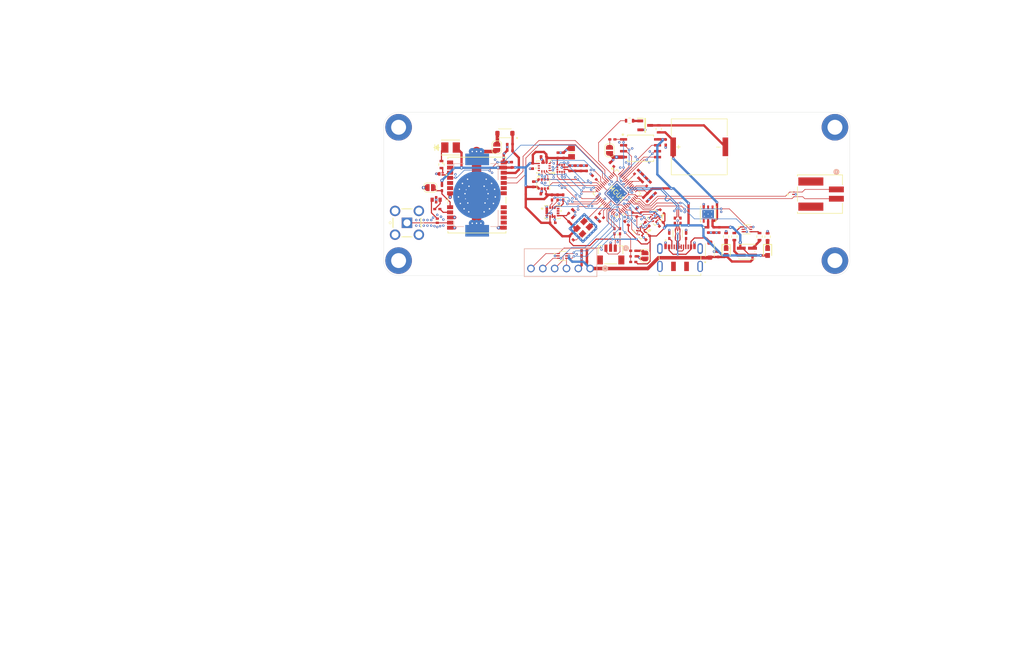
<source format=kicad_pcb>
(kicad_pcb (version 20241229) (generator "pcbnew") (generator_version "9.0")
  (layers (0 "F.Cu" signal) (4 "In1.Cu" signal) (6 "In2.Cu" signal) (2 "B.Cu" signal) (13 "F.Paste" user) (15 "B.Paste" user) (5 "F.SilkS" user "F.Silkscreen") (7 "B.SilkS" user "B.Silkscreen") (1 "F.Mask" user) (3 "B.Mask" user) (25 "Edge.Cuts" user))
  (net 0 "")
  (net 1 "VBAT")
  (net 2 "Net-(CR1-Pad1)")
  (net 3 "VBUS")
  (net 4 "/OBC TX UART")
  (net 5 "/OBC RTS UART")
  (net 6 "/OBC RX UART")
  (net 7 "/OBC CTS UART")
  (net 8 "/RP2040 Standard/USB_DN")
  (net 9 "Net-(FL1-Pad3)")
  (net 10 "Net-(FL1-Pad1)")
  (net 11 "+3.3V")
  (net 12 "/RP2040 Standard/Crystal")
  (net 13 "/MISO SPI")
  (net 14 "/SCK SPI")
  (net 15 "GND")
  (net 16 "/HUM ~{CS} SPI")
  (net 17 "/MOSI SPI")
  (net 19 "Net-(MCU1-SWCLK)")
  (net 20 "/GPS ~{BOOT}")
  (net 26 "Net-(MCU1-VREG_VOUT)")
  (net 28 "/GPS TX UART")
  (net 29 "Net-(IC1-VCC_RF)")
  (net 30 "/TIMER GPS")
  (net 31 "/GPS RX UART")
  (net 34 "Net-(MCU1-RUN)")
  (net 35 "Net-(IC2-E2)")
  (net 36 "/BAR2 RDY")
  (net 37 "/INT GPS")
  (net 39 "Net-(U2-C1)")
  (net 41 "/Green Status")
  (net 42 "/Red Status")
  (net 43 "Net-(IC3-B)")
  (net 44 "Net-(IC3-C)")
  (net 45 "Net-(MCU1-SWD)")
  (net 46 "/Parachute ENABLE")
  (net 47 "+5V")
  (net 48 "Net-(IC2-E1)")
  (net 49 "/Droge ENABLE")
  (net 50 "/RP2040 Standard/CLK SWD")
  (net 51 "/RP2040 Standard/SWD")
  (net 52 "Net-(CR2-Pad1)")
  (net 53 "Net-(JP1-A)")
  (net 54 "/RF")
  (net 56 "/RP2040 Standard/USB_DP")
  (net 61 "Net-(J5-CC2)")
  (net 64 "Net-(J5-CC1)")
  (net 66 "Net-(U1-A_Green)")
  (net 67 "Net-(U1-A_Red)")
  (net 68 "Net-(U4-CS)")
  (net 69 "/RP2040 Standard/~{USB_BOOT}")
  (net 70 "Net-(XTAL1-TRI-STATE(STBY))")
  (net 72 "/RP2040 Standard/MCU ~{BOOT}")
  (net 73 "/RP2040 Standard/MCU ~{CS} SPI")
  (net 74 "/Buzzer")
  (net 75 "/INT1 BOSH IMU")
  (net 76 "/RP2040 Standard/USB_D+")
  (net 78 "Net-(CR3-Pad1)")
  (net 79 "/RP2040 Standard/MCU SD0 SPI")
  (net 80 "/SDA0 I2C")
  (net 81 "/RP2040 Standard/MCU SD3 SPI")
  (net 82 "/GPS VBACKUP")
  (net 83 "/IMU1 ~{CS} SPI")
  (net 84 "/RP2040 Standard/GPIO6")
  (net 85 "/RP2040 Standard/MCU SD2 SPI")
  (net 86 "/MAG ~{CS} SPI")
  (net 87 "/RP2040 Standard/USB_D-")
  (net 88 "/RP2040 Standard/MCU SCLK SPI")
  (net 89 "/BAR1 RDY")
  (net 90 "/SCL0 I2C")
  (net 91 "/SCL1 I2C")
  (net 92 "/SDA1 I2C")
  (net 93 "/INT1 ST IMU")
  (net 94 "/RP2040 Standard/MCU SD1 SPI")
  (net 95 "Net-(Q1-Pad2)")
  (net 109 "/RP2040 Standard/GPIO24")
  (net 110 "/RP2040 Standard/GPIO1")
  (net 111 "/RP2040 Standard/GPIO2")
  (footprint "Capacitor-0402:Capacitor_0402" (layer "F.Cu") (at 138.199454 104.844152 -135)
    (property "Reference" "C22" (hide yes))
    (property "Value" "100n")
  )
  (footprint "Capacitor-0402:Capacitor_0402" (layer "F.Cu") (at 156 100.499999 -45)
    (property "Reference" "C28" (hide yes))
    (property "Value" "1uF")
  )
  (footprint "Resistor-0402:RES_0402" (layer "F.Cu") (at 160.569998 106.85 90)
    (property "Reference" "R18" (hide yes))
    (property "Value" "27")
  )
  (footprint "Capacitor-0402:Capacitor_0402" (layer "F.Cu") (at 141.128499 113.199999)
    (property "Reference" "C4" (hide yes))
    (property "Value" "4.7u")
  )
  (footprint "Resistor-0402:RES_0402" (layer "F.Cu") (at 152.799111 105.590888 -135)
    (property "Reference" "R12" (hide yes))
    (property "Value" "2k")
  )
  (footprint "Diode-Schottky_PMEG2010ER:SODFL3517X110N" (layer "F.Cu") (at 124.105144 88.101501 180)
    (property "Reference" "D2" (hide yes))
    (property "Value" "PMEG2010ER")
  )
  (footprint "LDO ST1L05A:DFN_5APU33R_STM" (layer "F.Cu") (at 167.7 105.428499 90)
    (property "Reference" "U8" (hide yes))
    (property "Value" "ST1L05APU33R")
  )
  (footprint "Capacitor-0402:Capacitor_0402" (layer "F.Cu") (at 140.421811 95.601501 90)
    (property "Reference" "C6" (hide yes))
    (property "Value" "10nF")
  )
  (footprint "NOR Flash:SOIC_208MIL_WIN" (layer "F.Cu") (at 153.205144 91.301501)
    (property "Reference" "U7" (hide yes))
    (property "Value" "W25Q128JVSIQ TR")
  )
  (footprint "Resistor-0402:RES_0402" (layer "F.Cu") (at 159.369998 110.10125 -90)
    (property "Reference" "R24" (hide yes))
    (property "Value" "5k1")
  )
  (footprint "Capacitor-0402:Capacitor_0402" (layer "F.Cu") (at 158.6 90 -90)
    (property "Reference" "C41" (hide yes))
    (property "Value" "100nF")
  )
  (footprint "Resistor-0402:RES_0402" (layer "F.Cu") (at 148.8 109.1 90)
    (property "Reference" "R20" (hide yes))
    (property "Value" "100")
  )
  (footprint "Capacitor-0402:Capacitor_0402" (layer "F.Cu") (at 152.309255 96.397388 -135)
    (property "Reference" "C26" (hide yes))
    (property "Value" "100nF")
  )
  (footprint "Resistor-0603:RES_0603" (layer "F.Cu") (at 180.4585 110.3 -90)
    (property "Reference" "R1" (hide yes))
    (property "Value" "65")
  )
  (footprint "LSM6DSOTR:LGA-14L_2P5X3X0P86_STM" (layer "F.Cu") (at 134.305144 105.001501)
    (property "Reference" "U4" (hide yes))
    (property "Value" "LSM6DSOTR")
  )
  (footprint "Capacitor-0402:Capacitor_0402" (layer "F.Cu") (at 155.1 101.4 -45)
    (property "Reference" "C33" (hide yes))
    (property "Value" "100nF")
  )
  (footprint "Capacitor-0402:Capacitor_0402" (layer "F.Cu") (at 125.176644 90.41412 180)
    (property "Reference" "C3" (hide yes))
    (property "Value" "100n")
  )
  (footprint "LED-Green_VLMC3100-GS08:LED_PLCC_VSMB" (layer "F.Cu") (at 112.45 91.15)
    (property "Reference" "CR3" (hide yes))
    (property "Value" "VLMC3100-GS08")
  )
  (footprint "Capacitor-0402:Capacitor_0402" (layer "F.Cu") (at 139.188477 95.601501 90)
    (property "Reference" "C7" (hide yes))
    (property "Value" "10nF")
  )
  (footprint "TVS-SP3004:SOT563_LTF" (layer "F.Cu") (at 136.4491 114.4)
    (property "Reference" "D1" (hide yes))
    (property "Value" "SP3004-04XTG")
  )
  (footprint "Capacitor-0402:Capacitor_0402" (layer "F.Cu") (at 154.655144 107.551501 -45)
    (property "Reference" "C14" (hide yes))
    (property "Value" "100nF")
  )
  (footprint "Resistor-0402:RES_0402" (layer "F.Cu") (at 138.369454 110.569152 135)
    (property "Reference" "R22" (hide yes))
    (property "Value" "10k")
  )
  (footprint "MountingHole:MountingHole_3.2mm_M3_ISO7380_Pad_TopBottom" (layer "F.Cu") (at 101.305144 86.801501)
    (property "Reference" "H1" (hide yes))
    (property "Value" "MountingHole")
  )
  (footprint "AS12MHz:ASE24576MHZLCT" (layer "F.Cu") (at 140.908629 108.328251 45)
    (property "Reference" "XTAL1" (hide yes))
    (property "Value" "ASE-12.000MHZ-LC-T" (hide yes))
  )
  (footprint "IMU BMI323:BMI323_BOS" (layer "F.Cu") (at 132.543244 95.326501 180)
    (property "Reference" "U3" (hide yes))
    (property "Value" "BMI323")
  )
  (footprint "Resistor-0402:RES_0402" (layer "F.Cu") (at 162.97 110.10125 90)
    (property "Reference" "R25" (hide yes))
    (property "Value" "5k1")
  )
  (footprint "Capacitor-0402:Capacitor_0402" (layer "F.Cu") (at 141.655144 95.601501 90)
    (property "Reference" "C10" (hide yes))
    (property "Value" "100nF")
  )
  (footprint "Capacitor-0402:Capacitor_0402" (layer "F.Cu") (at 134.355144 107.301501 180)
    (property "Reference" "C11" (hide yes))
    (property "Value" "100n")
  )
  (footprint "Capacitor-0402:Capacitor_0402" (layer "F.Cu") (at 147.055144 94.801501 135)
    (property "Reference" "C35" (hide yes))
    (property "Value" "100nF")
  )
  (footprint "Capacitor-0402:Capacitor_0402" (layer "F.Cu") (at 136.705144 92.83 90)
    (property "Reference" "C17" (hide yes))
    (property "Value" "100nF")
  )
  (footprint "Capacitor-0402:Capacitor_0402" (layer "F.Cu") (at 169.869999 114.054049 90)
    (property "Reference" "C38" (hide yes))
    (property "Value" "100n")
  )
  (footprint "VLMKG3400-GS08:SMT_00-GS08_VIS" (layer "F.Cu") (at 176.015001 113.5)
    (property "Reference" "U1" (hide yes))
    (property "Value" "VLMKG3400-GS08")
  )
  (footprint "Capacitor-0402:Capacitor_0402" (layer "F.Cu") (at 125.605144 94.851501 90)
    (property "Reference" "C2" (hide yes))
    (property "Value" "100n")
  )
  (footprint "NEO-M8Q-0:NEO-M8_UBL" (layer "F.Cu") (at 118.105144 101.351501)
    (property "Reference" "IC1" (hide yes))
    (property "Value" "NEO-M8Q-0")
  )
  (footprint "Capacitor-0402:Capacitor_0402" (layer "F.Cu") (at 137.955144 95.601501 90)
    (property "Reference" "C12" (hide yes))
    (property "Value" "100nF")
  )
  (footprint "Capacitor-0402:Capacitor_0402" (layer "F.Cu") (at 130.191146 99.030001 -90)
    (property "Reference" "C13" (hide yes))
    (property "Value" "100n")
  )
  (footprint "MountingHole:MountingHole_3.2mm_M3_ISO7380_Pad_TopBottom" (layer "F.Cu") (at 101.305144 115.401501)
    (property "Reference" "H4" (hide yes))
    (property "Value" "MountingHole")
  )
  (footprint "LED-Yellow_VLMY1300-GS08:LEDC1608X100N" (layer "F.Cu") (at 171.5585 113.55 -90)
    (property "Reference" "CR2" (hide yes))
    (property "Value" "VLMY1300-GS08" (hide yes))
  )
  (footprint "Capacitor-0402:Capacitor_0402" (layer "F.Cu") (at 170.100002 108.828498 90)
    (property "Reference" "C37" (hide yes))
    (property "Value" "4.7uF")
  )
  (footprint "Capacitor-0402:Capacitor_0402" (layer "F.Cu") (at 151.639249 114.5)
    (property "Reference" "C23" (hide yes))
    (property "Value" "1uF")
  )
  (footprint "Resistor-0603:RES_0603" (layer "F.Cu") (at 157.1 87.15 90)
    (property "Reference" "R9" (hide yes))
    (property "Value" "1k")
  )
  (footprint "Capacitor-0402:Capacitor_0402" (layer "F.Cu") (at 141.128498 114.399998)
    (property "Reference" "C5" (hide yes))
    (property "Value" "1u")
  )
  (footprint "Capacitor-0402:Capacitor_0402" (layer "F.Cu") (at 153.175923 97.264056 45)
    (property "Reference" "C30" (hide yes))
    (property "Value" "100nF")
  )
  (footprint "Capacitor-0402:Capacitor_0402" (layer "F.Cu") (at 130.105144 95.101501 -90)
    (property "Reference" "C20" (hide yes))
    (property "Value" "100nF")
  )
  (footprint "Capacitor-0402:Capacitor_0402" (layer "F.Cu") (at 154.04259 98.130723 45)
    (property "Reference" "C29" (hide yes))
    (property "Value" "100nF")
  )
  (footprint "2Channel ESD HS-ESD122DMYR:DIO_ESD122DMYR" (layer "F.Cu") (at 148.3 110.975 -90)
    (property "Reference" "D5" (hide yes))
    (property "Value" "ESD122DMYR")
  )
  (footprint "Capacitor-0402:Capacitor_0402" (layer "F.Cu") (at 143.301032 97.597389 135)
    (property "Reference" "C32" (hide yes))
    (property "Value" "100nF")
  )
  (footprint "Jumper:SolderJumper-2_P1.3mm_Open_RoundedPad1.0x1.5mm" (layer "F.Cu") (at 146.555144 91.751501 90)
    (property "Reference" "JP4" (hide yes))
    (property "Value" "Jumper_2_Open")
  )
  (footprint "Resistor-0603:RES_0603" (layer "F.Cu") (at 150.850001 85.400001 180)
    (property "Reference" "R6" (hide yes))
    (property "Value" "1k")
  )
  (footprint "Capacitor-0402:Capacitor_0402" (layer "F.Cu") (at 154.2 102.3 -45)
    (property "Reference" "C36" (hide yes))
    (property "Value" "100nF")
  )
  (footprint "FTCap_0603:FTCap_0603" (layer "F.Cu") (at 109.355144 102.351501 180)
    (property "Reference" "FL1" (hide yes))
    (property "Value" "FTCap0603")
  )
  (footprint "Capacitor-0402:Capacitor_0402" (layer "F.Cu") (at 132.430144 93.051501 180)
    (property "Reference" "C8" (hide yes))
    (property "Value" "100nF")
  )
  (footprint "Capacitor-0402:Capacitor_0402" (layer "F.Cu") (at 168.900002 108.828498 90)
    (property "Reference" "C40" (hide yes))
    (property "Value" "1uF")
  )
  (footprint "Resistor-0402:RES_0402" (layer "F.Cu") (at 161.769999 106.849999 90)
    (property "Reference" "R17" (hide yes))
    (property "Value" "27")
  )
  (footprint "Resistor-0402:RES_0402" (layer "F.Cu") (at 110.605144 99.851501 90)
    (property "Reference" "R10" (hide yes))
    (property "Value" "10k")
  )
  (footprint "Jumper:SolderJumper-2_P1.3mm_Open_RoundedPad1.0x1.5mm" (layer "F.Cu") (at 122.355144 91.101501 -90)
    (property "Reference" "JP1" (hide yes))
    (property "Value" "Jumper_2_Open")
  )
  (footprint "Jumper:SolderJumper-2_P1.3mm_Open_RoundedPad1.0x1.5mm" (layer "F.Cu") (at 154.15 114.399999 90)
    (property "Reference" "JP3" (hide yes))
    (property "Value" "Jumper_2_Open")
  )
  (footprint "Capacitor-0402:Capacitor_0402" (layer "F.Cu") (at 144.851032 106.605613 -135)
    (property "Reference" "C25" (hide yes))
    (property "Value" "1uF")
  )
  (footprint "Capacitor-0402:Capacitor_0402" (layer "F.Cu") (at 154.909256 98.997389 -135)
    (property "Reference" "C24" (hide yes))
    (property "Value" "100nF")
  )
  (footprint "Resistor-0402:RES_0402" (layer "F.Cu") (at 134.205144 101.848702 90)
    (property "Reference" "R13" (hide yes))
    (property "Value" "5k1")
  )
  (footprint "MountingHole:MountingHole_3.2mm_M3_ISO7380_Pad_TopBottom" (layer "F.Cu") (at 194.905144 115.401501)
    (property "Reference" "H3" (hide yes))
    (property "Value" "MountingHole")
  )
  (footprint "Capacitor-0402:Capacitor_0402" (layer "F.Cu") (at 132.391145 101.155)
    (property "Reference" "C16" (hide yes))
    (property "Value" "100n")
  )
  (footprint "Resistor-0402:RES_0402" (layer "F.Cu") (at 136.605144 101.848702 -90)
    (property "Reference" "R15" (hide yes))
    (property "Value" "1k")
  )
  (footprint "Resistor-0603:RES_0603" (layer "F.Cu") (at 173.321501 110.25 90)
    (property "Reference" "R3" (hide yes))
    (property "Value" "100")
  )
  (footprint "Resistor-0603:RES_0603" (layer "F.Cu") (at 178.721501 110.25 -90)
    (property "Reference" "R4" (hide yes))
    (property "Value" "100")
  )
  (footprint "USBC-DX07S016JA1:JAE_DX07S016JA1R1500" (layer "F.Cu") (at 161.67 113.55)
    (property "Reference" "J5" (hide yes))
    (property "Value" "DX07S016JA1R1500")
  )
  (footprint "Capacitor-0402:Capacitor_0402" (layer "F.Cu") (at 135.455144 92.83 90)
    (property "Reference" "C21" (hide yes))
    (property "Value" "100nF")
  )
  (footprint "BME280:BME280" (layer "F.Cu") (at 132.341145 98.967501 90)
    (property "Reference" "HM1" (hide yes))
    (property "Value" "PSON65P250X250X100-8N")
  )
  (footprint "Capacitor-0402:Capacitor_0402" (layer "F.Cu") (at 141.128499 115.6)
    (property "Reference" "C42" (hide yes))
    (property "Value" "100n")
  )
  (footprint "Molex 2 Conn:CONN02_502352_MOL" (layer "F.Cu") (at 191.685244 101.134901 -90)
    (property "Reference" "J2" (hide yes))
    (property "Value" "5023520200")
  )
  (footprint "BARO LPS22DFTR:QFN_22DFTR_STM" (layer "F.Cu") (at 156.308538 106.191462 -135)
    (property "Reference" "U5" (hide yes))
    (property "Value" "LPS22DFTR")
  )
  (footprint "BJT NPN:SOT96P237X111-3N" (layer "F.Cu") (at 154.2 86.4)
    (property "Reference" "IC3" (hide yes))
    (property "Value" "BC846BLT1G" (hide yes))
  )
  (footprint "Capacitor-0402:Capacitor_0402" (layer "F.Cu") (at 138.199454 106.629152 45)
    (property "Reference" "C34" (hide yes))
    (property "Value" "1uF")
  )
  (footprint "PNP_BC857CMB_315:TRANS_PMZB550UNEYL" (layer "F.Cu") (at 110.405144 96.801501 180)
    (property "Reference" "Q1" (hide yes))
    (property "Value" "BC857CMB_315")
  )
  (footprint "Capacitor-0402:Capacitor_0402" (layer "F.Cu") (at 167.700001 108.828498 90)
    (property "Reference" "C39" (hide yes))
    (property "Value" "4.7uF")
  )
  (footprint "Side Angle SMA:SMARACONNECTOR" (layer "F.Cu") (at 103.1 107.3)
    (property "Reference" "J3" (hide yes))
    (property "Value" "SMARA_CONNECTOR" (hide yes))
  )
  (footprint "Resistor-0402:RES_0402" (layer "F.Cu") (at 135.405144 101.848702 90)
    (property "Reference" "R14" (hide yes))
    (property "Value" "5k1")
  )
  (footprint "Diode-Schottky_PMEG2010ER:SODFL3517X110N" (layer "F.Cu") (at 168.069999 113.154049 90)
    (property "Reference" "D4" (hide yes))
    (property "Value" "PMEG2010ER")
  )
  (footprint "Capacitor-0402:Capacitor_0402" (layer "F.Cu") (at 151.899114 104.69089 45)
    (property "Reference" "C27" (hide yes))
    (property "Value" "100nF")
  )
  (footprint "Capacitor-0402:Capacitor_0402" (layer "F.Cu") (at 125.176643 91.788881 180)
    (property "Reference" "C1" (hide yes))
    (property "Value" "4.7u")
  )
  (footprint "Resistor-0402:RES_0402" (layer "F.Cu") (at 147.6 109.1 90)
    (property "Reference" "R19" (hide yes))
    (property "Value" "100")
  )
  (footprint "Resistor-0402:RES_0402" (layer "F.Cu") (at 151.639249 113.3 180)
    (property "Reference" "R21" (hide yes))
    (property "Value" "1k")
  )
  (footprint "Capacitor-0805:Capacitor_0805" (layer "F.Cu") (at 138.405144 92.2361 90)
    (property "Reference" "C15" (hide yes))
    (property "Value" "10uF")
  )
  (footprint "RP2040:QFN56_7X7_RPI" (layer "F.Cu") (at 148.105144 101.001501 -45)
    (property "Reference" "MCU1")
    (property "Value" "RP2040")
  )
  (footprint "Capacitor-0402:Capacitor_0402" (layer "F.Cu") (at 154.778322 110.528322 -135)
    (property "Reference" "C18" (hide yes))
    (property "Value" "100nF")
  )
  (footprint "Inductor-0402:Inductor_0402" (layer "F.Cu") (at 109.605144 106.851501 -90)
    (property "Reference" "L1" (hide yes))
    (property "Value" "27n" (hide yes))
  )
  (footprint "2 PNP:SOT-563_1P3X1P7_ONS" (layer "F.Cu") (at 176.008501 108.7)
    (property "Reference" "IC2" (hide yes))
    (property "Value" "NSVT30010MXV6T1G")
  )
  (footprint "Capacitor-0402:Capacitor_0402" (layer "F.Cu") (at 143.996922 105.734726 -135)
    (property "Reference" "C31" (hide yes))
    (property "Value" "100nF")
  )
  (footprint "Capacitor-0402:Capacitor_0402" (layer "F.Cu") (at 157.663284 107.647325 45)
    (property "Reference" "C19" (hide yes))
    (property "Value" "100nF")
  )
  (footprint "MAG LIS2MDLTR:LGA-12_2X2X1_STM" (layer "F.Cu") (at 136.105144 95.601501 90)
    (property "Reference" "U2" (hide yes))
    (property "Value" "LIS2MDLTR")
  )
  (footprint "Resistor-0402:RES_0402" (layer "F.Cu") (at 109.605144 104.351501 180)
    (property "Reference" "R5" (hide yes))
    (property "Value" "10")
  )
  (footprint "Capacitor-0402:Capacitor_0402" (layer "F.Cu") (at 157.826763 104.894596 -45)
    (property "Reference" "C9" (hide yes))
    (property "Value" "100nF")
  )
  (footprint "Resistor-0603:RES_0603" (layer "F.Cu") (at 171.5585 110.25 -90)
    (property "Reference" "R2" (hide yes))
    (property "Value" "150")
  )
  (footprint "SWD_Con:CONN_BM03B-SRSS-TBLFSN_JST" (layer "F.Cu") (at 146.779999 114.1684)
    (property "Reference" "J6" (hide yes))
    (property "Value" "BM03B-SRSS-TBLFSN")
  )
  (footprint "Jumper:SolderJumper-2_P1.3mm_Open_RoundedPad1.0x1.5mm" (layer "F.Cu") (at 108.105144 99.749401 180)
    (property "Reference" "JP2" (hide yes))
    (property "Value" "Jumper_2_Open")
  )
  (footprint "Resistor-0402:RES_0402" (layer "F.Cu") (at 151.639249 115.699998 180)
    (property "Reference" "R16" (hide yes))
    (property "Value" "1k")
  )
  (footprint "Resistor-0402:RES_0402" (layer "F.Cu") (at 150.205144 107.401501 135)
    (property "Reference" "R11" (hide yes))
    (property "Value" "2k")
  )
  (footprint "2Channel ESD HS-ESD122DMYR:DIO_ESD122DMYR" (layer "F.Cu") (at 185.985244 101.201501)
    (property "Reference" "D6" (hide yes))
    (property "Value" "ESD122DMYR")
  )
  (footprint "LED-Yellow_VLMY1300-GS08:LEDC1608X100N" (layer "F.Cu") (at 180.4585 113.55 -90)
    (property "Reference" "CR1" (hide yes))
    (property "Value" "VLMY1300-GS08" (hide yes))
  )
  (footprint "PKLCS1212E20A0-R1:PKLCS1212E20A0-R1" (layer "F.Cu") (at 165.8 91)
    (property "Reference" "LS1" (hide yes))
    (property "Value" "PKLCS1212E20A0-R1")
  )
  (footprint "Resistor-0402:RES_0402" (layer "F.Cu") (at 147.155144 89.401501)
    (property "Reference" "R23" (hide yes))
    (property "Value" "1k")
  )
  (footprint "TVS-SP3004:SOT563_LTF" (layer "F.Cu") (at 161.169999 109.649999 -90)
    (property "Reference" "D3" (hide yes))
    (property "Value" "SP3004-04XTG")
  )
  (footprint "BARO BMP581:QFN10_BMP581_BOS" (layer "F.Cu") (at 153.278322 109.128322 -135)
    (property "Reference" "U6" (hide yes))
    (property "Value" "BMP581")
  )
  (footprint "MountingHole:MountingHole_3.2mm_M3_ISO7380_Pad_TopBottom" (layer "F.Cu") (at 194.905144 86.801501)
    (property "Reference" "H2" (hide yes))
    (property "Value" "MountingHole")
  )
  (footprint "Resistor-0603:RES_0603" (layer "F.Cu") (at 110.5 94.8 -90)
    (property "Reference" "R7" (hide yes))
    (property "Value" "150")
  )
  (footprint "6 Female Conn:CONN6X1_22027063_MOL" (layer "B.Cu") (at 142.4 117.1 180)
    (property "Reference" "J1" (hide yes))
    (property "Value" "22027063")
  )
  (footprint "BAT_HLD_012:BAT_BAT-HLD-012-SMT-TR" (layer "B.Cu") (at 118.105144 101.351501 90)
    (property "Reference" "BT1" (hide yes))
    (property "Value" "BAT-HLD-012-SMT-TR")
  )
  (gr_line (start 98.105144 115.401501) (end 98.105144 86.801501) (stroke (width 0.05)) (layer "Edge.Cuts"))
  (gr_arc (start 98.105144 86.801501) (mid 99.042402 84.538759) (end 101.305144 83.601501) (stroke (width 0.05)) (layer "Edge.Cuts"))
  (gr_line (start 194.905144 118.601501) (end 101.305144 118.601501) (stroke (width 0.05)) (layer "Edge.Cuts"))
  (gr_line (start 101.305144 83.601501) (end 194.905144 83.601501) (stroke (width 0.05)) (layer "Edge.Cuts"))
  (gr_arc (start 194.905144 83.601501) (mid 197.167886 84.538759) (end 198.105144 86.801501) (stroke (width 0.05)) (layer "Edge.Cuts"))
  (gr_arc (start 198.105144 115.401501) (mid 197.167886 117.664243) (end 194.905144 118.601501) (stroke (width 0.05)) (layer "Edge.Cuts"))
  (gr_line (start 198.105144 86.801501) (end 198.105144 115.401501) (stroke (width 0.05)) (layer "Edge.Cuts"))
  (gr_arc (start 101.305144 118.601501) (mid 99.042402 117.664243) (end 98.105144 115.401501) (stroke (width 0.05)) (layer "Edge.Cuts"))
  (segment (start 122.105144 92.001501) (end 122.355144 91.751501) (width 0.75) (layer "F.Cu") (net 1))
  (segment (start 118.030144 107.401501) (end 118.030144 92.001501) (width 2) (layer "F.Cu") (net 1))
  (segment (start 117.105144 92.001501) (end 118.955144 92.001501) (width 0.75) (layer "F.Cu") (net 1))
  (segment (start 117.105144 107.401501) (end 118.955144 107.401501) (width 0.75) (layer "F.Cu") (net 1))
  (segment (start 118.955144 92.001501) (end 122.105144 92.001501) (width 0.75) (layer "F.Cu") (net 1))
  (via (at 118.955144 107.401501) (size 0.7) (drill 0.3) (layers "F.Cu" "B.Cu") (net 1))
  (via (at 117.105144 107.401501) (size 0.7) (drill 0.3) (layers "F.Cu" "B.Cu") (net 1))
  (via (at 118.955144 92.001501) (size 0.7) (drill 0.3) (layers "F.Cu" "B.Cu") (net 1))
  (via (at 118.030144 92.001501) (size 0.7) (drill 0.3) (layers "F.Cu" "B.Cu") (net 1))
  (via (at 117.105144 92.001501) (size 0.7) (drill 0.3) (layers "F.Cu" "B.Cu") (net 1))
  (via (at 118.030144 107.401501) (size 0.7) (drill 0.3) (layers "F.Cu" "B.Cu") (net 1))
  (segment (start 118.155144 107.526501) (end 118.030144 107.401501) (width 1.5) (layer "B.Cu") (net 1))
  (segment (start 118.155144 93.701501) (end 118.155144 93.051501) (width 1.5) (layer "B.Cu") (net 1))
  (segment (start 118.155144 93.701501) (end 118.155144 92.126501) (width 1.5) (layer "B.Cu") (net 1))
  (segment (start 118.155144 109.001501) (end 118.155144 108.201501) (width 1.5) (layer "B.Cu") (net 1))
  (segment (start 118.155144 108.451501) (end 117.105144 107.401501) (width 1.5) (layer "B.Cu") (net 1))
  (segment (start 118.155144 92.801501) (end 118.955144 92.001501) (width 1.5) (layer "B.Cu") (net 1))
  (segment (start 118.155144 109.001501) (end 118.155144 108.451501) (width 1.5) (layer "B.Cu") (net 1))
  (segment (start 118.155144 109.001501) (end 118.155144 107.526501) (width 1.5) (layer "B.Cu") (net 1))
  (segment (start 118.155144 93.051501) (end 117.105144 92.001501) (width 1.5) (layer "B.Cu") (net 1))
  (segment (start 118.155144 93.701501) (end 118.155144 92.801501) (width 1.5) (layer "B.Cu") (net 1))
  (segment (start 118.155144 108.201501) (end 118.955144 107.401501) (width 1.5) (layer "B.Cu") (net 1))
  (segment (start 118.155144 92.126501) (end 118.030144 92.001501) (width 1.5) (layer "B.Cu") (net 1))
  (segment (start 180.4585 112.8) (end 180.4585 111.125199) (width 0.75) (layer "F.Cu") (net 2))
  (segment (start 164.769999 110.554049) (end 164.019999 111.304049) (width 0.25) (layer "F.Cu") (net 3))
  (segment (start 160.170001 114.05) (end 159.32 113.2) (width 0.25) (layer "F.Cu") (net 3))
  (segment (start 161.17 114.05) (end 162.946999 114.05) (width 0.25) (layer "F.Cu") (net 3))
  (segment (start 168.069998 111.254049) (end 167.369999 110.55405) (width 0.25) (layer "F.Cu") (net 3))
  (segment (start 159.32 113.2) (end 159.32 112.45) (width 0.25) (layer "F.Cu") (net 3))
  (segment (start 167.369999 110.55405) (end 164.769999 110.554049) (width 0.25) (layer "F.Cu") (net 3))
  (segment (start 164.019999 112.977) (end 164.02 112.449999) (width 0.25) (layer "F.Cu") (net 3))
  (segment (start 161.169999 110.500901) (end 161.17 109.65) (width 0.25) (layer "F.Cu") (net 3))
  (segment (start 164.019999 111.304049) (end 164.02 112.449999) (width 0.25) (layer "F.Cu") (net 3))
  (segment (start 168.069998 111.54905) (end 168.069998 111.254049) (width 0.25) (layer "F.Cu") (net 3))
  (segment (start 162.946999 114.05) (end 164.019999 112.977) (width 0.25) (layer "F.Cu") (net 3))
  (segment (start 161.17 114.05) (end 160.170001 114.05) (width 0.25) (layer "F.Cu") (net 3))
  (via (at 161.17 109.65) (size 0.5) (drill 0.2) (layers "F.Cu" "B.Cu") (net 3))
  (via (at 161.17 114.05) (size 0.5) (drill 0.2) (layers "F.Cu" "B.Cu") (net 3))
  (segment (start 161.17 114.05) (end 161.17 109.65) (width 0.25) (layer "B.Cu") (net 3))
  (segment (start 138.500001 114.899999) (end 137.3 114.899999) (width 0.125) (layer "F.Cu") (net 4))
  (segment (start 138.9 114.5) (end 138.500001 114.899999) (width 0.125) (layer "F.Cu") (net 4))
  (segment (start 137.320001 117.1) (end 137.320001 114.92) (width 0.125) (layer "F.Cu") (net 4))
  (segment (start 137.320001 114.92) (end 137.3 114.899999) (width 0.125) (layer "F.Cu") (net 4))
  (segment (start 147.536913 106.3) (end 147.536913 105.246687) (width 0.125) (layer "F.Cu") (net 4))
  (via (at 138.9 114.5) (size 0.5) (drill 0.2) (layers "F.Cu" "B.Cu") (net 4))
  (via (at 147.536913 106.3) (size 0.5) (drill 0.2) (layers "F.Cu" "B.Cu") (net 4))
  (segment (start 147.5 108.6) (end 141.6 114.5) (width 0.125) (layer "B.Cu") (net 4))
  (segment (start 147.536913 106.3) (end 147.5 106.336913) (width 0.125) (layer "B.Cu") (net 4))
  (segment (start 147.5 106.336913) (end 147.5 108.6) (width 0.125) (layer "B.Cu") (net 4))
  (segment (start 141.6 114.5) (end 138.9 114.5) (width 0.125) (layer "B.Cu") (net 4))
  (segment (start 148.673375 106.5) (end 148.673375 105.246687) (width 0.125) (layer "F.Cu") (net 5))
  (segment (start 129.7 117.1) (end 132.900001 113.899999) (width 0.125) (layer "F.Cu") (net 5))
  (segment (start 136.798201 112.7) (end 144.5 112.7) (width 0.125) (layer "F.Cu") (net 5))
  (segment (start 132.900001 113.899999) (end 135.3491 113.899999) (width 0.125) (layer "F.Cu") (net 5))
  (segment (start 135.5982 113.900001) (end 136.798201 112.7) (width 0.125) (layer "F.Cu") (net 5))
  (segment (start 144.5 112.7) (end 144.8 112.4) (width 0.125) (layer "F.Cu") (net 5))
  (via (at 144.8 112.4) (size 0.5) (drill 0.2) (layers "F.Cu" "B.Cu") (net 5))
  (via (at 148.673375 106.5) (size 0.5) (drill 0.2) (layers "F.Cu" "B.Cu") (net 5))
  (segment (start 148.7 106.526625) (end 148.673375 106.5) (width 0.125) (layer "B.Cu") (net 5))
  (segment (start 148.7 108.5) (end 148.7 106.526625) (width 0.125) (layer "B.Cu") (net 5))
  (segment (start 144.8 112.4) (end 148.7 108.5) (width 0.125) (layer "B.Cu") (net 5))
  (segment (start 138.699999 113.900001) (end 138.9 113.7) (width 0.125) (layer "F.Cu") (net 6))
  (segment (start 137.3 113.900001) (end 137.099999 113.900001) (width 0.125) (layer "F.Cu") (net 6))
  (segment (start 136.6 114.4) (end 136.6 115.28) (width 0.125) (layer "F.Cu") (net 6))
  (segment (start 136.6 115.28) (end 134.78 117.1) (width 0.125) (layer "F.Cu") (net 6))
  (segment (start 147.003183 105.9) (end 147.003183 105.214733) (width 0.125) (layer "F.Cu") (net 6))
  (segment (start 137.3 113.900001) (end 138.699999 113.900001) (width 0.125) (layer "F.Cu") (net 6))
  (segment (start 147.003183 105.214733) (end 147.254071 104.963845) (width 0.125) (layer "F.Cu") (net 6))
  (segment (start 137.099999 113.900001) (end 136.6 114.4) (width 0.125) (layer "F.Cu") (net 6))
  (via (at 147.003183 105.9) (size 0.5) (drill 0.2) (layers "F.Cu" "B.Cu") (net 6))
  (via (at 138.9 113.7) (size 0.5) (drill 0.2) (layers "F.Cu" "B.Cu") (net 6))
  (segment (start 139.3 113.3) (end 141.9 113.3) (width 0.125) (layer "B.Cu") (net 6))
  (segment (start 147.003183 105.9) (end 147.005144 105.901961) (width 0.125) (layer "B.Cu") (net 6))
  (segment (start 141.9 113.3) (end 147.003183 108.196817) (width 0.125) (layer "B.Cu") (net 6))
  (segment (start 138.9 113.7) (end 139.3 113.3) (width 0.125) (layer "B.Cu") (net 6))
  (segment (start 147.003183 108.196817) (end 147.003183 105.9) (width 0.125) (layer "B.Cu") (net 6))
  (segment (start 134.440001 114.899999) (end 135.5982 114.899999) (width 0.125) (layer "F.Cu") (net 7))
  (segment (start 148.705331 104.305331) (end 148.3 103.9) (width 0.125) (layer "F.Cu") (net 7))
  (segment (start 135.5982 114.899999) (end 136.1 114.899999) (width 0.125) (layer "F.Cu") (net 7))
  (segment (start 148.705331 104.712959) (end 148.705331 104.305331) (width 0.125) (layer "F.Cu") (net 7))
  (segment (start 132.24 117.1) (end 134.440001 114.899999) (width 0.125) (layer "F.Cu") (net 7))
  (segment (start 136.1 114.899999) (end 136.099999 114.899999) (width 0.125) (layer "F.Cu") (net 7))
  (segment (start 148.956217 104.963845) (end 148.705331 104.712959) (width 0.125) (layer "F.Cu") (net 7))
  (via (at 136.1 114.899999) (size 0.5) (drill 0.2) (layers "F.Cu" "B.Cu") (net 7))
  (via (at 148.3 103.9) (size 0.5) (drill 0.2) (layers "F.Cu" "B.Cu") (net 7))
  (segment (start 147.6 103.9) (end 148.3 103.9) (width 0.125) (layer "B.Cu") (net 7))
  (segment (start 138.399999 112.6) (end 141.3 112.6) (width 0.125) (layer "B.Cu") (net 7))
  (segment (start 146.3 105.2) (end 147.6 103.9) (width 0.125) (layer "B.Cu") (net 7))
  (segment (start 136.1 114.899999) (end 138.399999 112.6) (width 0.125) (layer "B.Cu") (net 7))
  (segment (start 141.3 112.6) (end 146.3 107.6) (width 0.125) (layer "B.Cu") (net 7))
  (segment (start 146.3 107.6) (end 146.3 105.2) (width 0.125) (layer "B.Cu") (net 7))
  (segment (start 160.67 109.2563) (end 160.67 108.799099) (width 0.185) (layer "F.Cu") (net 8))
  (segment (start 160.842199 108.280799) (end 160.842199 108.6269) (width 0.185) (layer "F.Cu") (net 8))
  (segment (start 160.98 111.639999) (end 160.98 111.45) (width 0.185) (layer "F.Cu") (net 8))
  (segment (start 160.842199 108.6269) (end 160.67 108.799099) (width 0.185) (layer "F.Cu") (net 8))
  (segment (start 160.92 113.07) (end 161.2 113.35) (width 0.185) (layer "F.Cu") (net 8))
  (segment (start 162.14055 113.35) (end 162.42 113.07055) (width 0.185) (layer "F.Cu") (net 8))
  (segment (start 160.893999 108.280799) (end 160.842199 108.280799) (width 0.185) (layer "F.Cu") (net 8))
  (segment (start 160.67 110.500899) (end 160.67 110.043698) (width 0.185) (layer "F.Cu") (net 8))
  (segment (start 160.979999 111.449999) (end 160.979999 111.268099) (width 0.185) (layer "F.Cu") (net 8))
  (segment (start 160.894 107.724) (end 160.893999 108.280799) (width 0.185) (layer "F.Cu") (net 8))
  (segment (start 161.2 113.35) (end 162.14055 113.35) (width 0.185) (layer "F.Cu") (net 8))
  (segment (start 160.92 112.45) (end 160.92 111.699999) (width 0.185) (layer "F.Cu") (net 8))
  (segment (start 160.572799 107.402799) (end 160.894 107.724) (width 0.185) (layer "F.Cu") (net 8))
  (segment (start 160.7065 110.007198) (end 160.7065 109.2928) (width 0.185) (layer "F.Cu") (net 8))
  (segment (start 160.98 111.45) (end 160.979999 111.449999) (width 0.185) (layer "F.Cu") (net 8))
  (segment (start 160.67 110.9581) (end 160.67 110.500899) (width 0.185) (layer "F.Cu") (net 8))
  (segment (start 160.569998 107.402799) (end 160.572799 107.402799) (width 0.185) (layer "F.Cu") (net 8))
  (segment (start 160.92 112.45) (end 160.92 113.07) (width 0.185) (layer "F.Cu") (net 8))
  (segment (start 160.979999 111.268099) (end 160.67 110.9581) (width 0.185) (layer "F.Cu") (net 8))
  (segment (start 160.92 111.699999) (end 160.98 111.639999) (width 0.185) (layer "F.Cu") (net 8))
  (segment (start 160.67 110.043698) (end 160.7065 110.007198) (width 0.185) (layer "F.Cu") (net 8))
  (segment (start 160.7065 109.2928) (end 160.67 109.2563) (width 0.185) (layer "F.Cu") (net 8))
  (segment (start 162.42 113.07055) (end 162.42 112.45) (width 0.185) (layer "F.Cu") (net 8))
  (segment (start 108.355144 102.500601) (end 108.355144 105.151501) (width 0.25) (layer "F.Cu") (net 9))
  (segment (start 108.355144 105.151501) (end 109.605144 106.401501) (width 0.25) (layer "F.Cu") (net 9))
  (segment (start 108.504244 102.351501) (end 108.355144 102.500601) (width 0.25) (layer "F.Cu") (net 9))
  (segment (start 109.052345 104.351501) (end 110.206044 103.197802) (width 0.25) (layer "F.Cu") (net 10))
  (segment (start 110.206044 103.197802) (end 110.206044 102.351501) (width 0.25) (layer "F.Cu") (net 10))
  (segment (start 130.151644 94.5765) (end 130.105144 94.53) (width 0.25) (layer "F.Cu") (net 11))
  (segment (start 149.672998 99.71649) (end 150.653274 98.736214) (width 0.125) (layer "F.Cu") (net 11))
  (segment (start 144.401034 104.988454) (end 145.839857 103.549631) (width 0.125) (layer "F.Cu") (net 11))
  (segment (start 157.024941 105.828701) (end 157.042135 105.811507) (width 0.125) (layer "F.Cu") (net 11))
  (segment (start 145.605144 101.201501) (end 146.817644 102.414001) (width 0.125) (layer "F.Cu") (net 11))
  (segment (start 148.367644 103.464001) (end 149.153429 103.464001) (width 0.125) (layer "F.Cu") (net 11))
  (segment (start 132.666145 99.937501) (end 132.666145 100.182501) (width 0.25) (layer "F.Cu") (net 11))
  (segment (start 142.3085 112.1915) (end 138.7915 112.1915) (width 0.25) (layer "F.Cu") (net 11))
  (segment (start 136.605144 101.295903) (end 133.103549 101.295903) (width 0.5) (layer "F.Cu") (net 11))
  (segment (start 146.005144 100.451501) (end 146.073036 100.383608) (width 0.125) (layer "F.Cu") (net 11))
  (segment (start 128.583644 99.280084) (end 128.583644 101.180001) (width 0.5) (layer "F.Cu") (net 11))
  (segment (start 157.218956 105.988328) (end 157.45 105.988328) (width 0.25) (layer "F.Cu") (net 11))
  (segment (start 154.379588 109.321364) (end 155.182434 110.12421) (width 0.25) (layer "F.Cu") (net 11))
  (segment (start 129.505144 94.501501) (end 130.076645 94.501501) (width 0.5) (layer "F.Cu") (net 11))
  (segment (start 154.673368 111.833277) (end 155.255144 111.251501) (width 0.25) (layer "F.Cu") (net 11))
  (segment (start 139.249428 108.48735) (end 139.582804 108.48735) (width 0.5) (layer "F.Cu") (net 11))
  (segment (start 125.574345 95.453801) (end 125.605144 95.423002) (width 0.25) (layer "F.Cu") (net 11))
  (segment (start 136.705144 93.401501) (end 138.139743 93.401501) (width 0.5) (layer "F.Cu") (net 11))
  (segment (start 154.13327 100.43327) (end 154.695888 100.995888) (width 0.125) (layer "F.Cu") (net 11))
  (segment (start 153.992713 108.767485) (end 153.992713 109.135608) (width 0.25) (layer "F.Cu") (net 11))
  (segment (start 157.95 89.396501) (end 158.568002 89.396501) (width 0.5) (layer "F.Cu") (net 11))
  (segment (start 153.373368 111.833277) (end 154.673368 111.833277) (width 0.25) (layer "F.Cu") (net 11))
  (segment (start 136.51358 105.751502) (end 137.795342 107.033264) (width 0.25) (layer "F.Cu") (net 11))
  (segment (start 150.670431 98.736214) (end 151.005144 98.401501) (width 0.125) (layer "F.Cu") (net 11))
  (segment (start 158.326763 107.50258) (end 158.067396 107.243213) (width 0.25) (layer "F.Cu") (net 11))
  (segment (start 157.45 105.988328) (end 157.541255 105.988328) (width 0.25) (layer "F.Cu") (net 11))
  (segment (start 158.326763 108.429882) (end 156.632435 110.12421) (width 0.25) (layer "F.Cu") (net 11))
  (segment (start 133.043243 94.412101) (end 133.043243 93.093099) (width 0.5) (layer "F.Cu") (net 11))
  (segment (start 152.771811 97.668168) (end 153.205144 98.101501) (width 0.5) (layer "F.Cu") (net 11))
  (segment (start 135.855144 94.8515) (end 135.355143 94.8515) (width 0.25) (layer "F.Cu") (net 11))
  (segment (start 155.574941 106.571417) (end 155.846358 106.3) (width 0.25) (layer "F.Cu") (net 11))
  (segment (start 152.455144 99.751501) (end 153.451501 99.751501) (width 0.125) (layer "F.Cu") (net 11))
  (segment (start 166.7 108.256997) (end 166.656997 108.256997) (width 0.5) (layer "F.Cu") (net 11))
  (segment (start 133.783643 107.301501) (end 133.783643 105.979303) (width 0.25) (layer "F.Cu") (net 11))
  (segment (start 146.817644 102.414001) (end 147.867644 103.464001) (width 0.125) (layer "F.Cu") (net 11))
  (segment (start 128.583644 99.280084) (end 128.611006 99.280084) (width 0.25) (layer "F.Cu") (net 11))
  (segment (start 163.5 107.85) (end 163.5 103.1) (width 0.5) (layer "F.Cu") (net 11))
  (segment (start 128.583644 103.980001) (end 131.905144 107.301501) (width 0.5) (layer "F.Cu") (net 11))
  (segment (start 158.3 108.4) (end 158.326763 108.426763) (width 0.25) (layer "F.Cu") (net 11))
  (segment (start 131.387544 94.5765) (end 130.151644 94.5765) (width 0.25) (layer "F.Cu") (net 11))
  (segment (start 149.670132 99.71649) (end 150.580144 100.626502) (width 0.125) (layer "F.Cu") (net 11))
  (segment (start 149.804745 104.115317) (end 150.249429 104.560001) (width 0.125) (layer "F.Cu") (net 11))
  (segment (start 153.439999 104.95) (end 155.3 104.95) (width 0.25) (layer "F.Cu") (net 11))
  (segment (start 133.001645 93.051501) (end 133.351645 93.401501) (width 0.5) (layer "F.Cu") (net 11))
  (segment (start 153.992713 109.135608) (end 154.178469 109.321364) (width 0.25) (layer "F.Cu") (net 11))
  (segment (start 152.59205 116.1) (end 152.192048 115.699998) (width 0.25) (layer "F.Cu") (net 11))
  (segment (start 155.059256 107.973838) (end 155.059256 107.955613) (width 0.25) (layer "F.Cu") (net 11))
  (segment (start 145.605144 100.851501) (end 145.605144 101.201501) (width 0.125) (layer "F.Cu") (net 11))
  (segment (start 158.326763 108.373237) (end 158.326763 107.50258) (width 0.25) (layer "F.Cu") (net 11))
  (segment (start 153.451501 99.751501) (end 154.13327 100.43327) (width 0.125) (layer "F.Cu") (net 11))
  (segment (start 133.783643 105.979303) (end 133.805145 105.957801) (width 0.25) (layer "F.Cu") (net 11))
  (segment (start 133.783643 107.529468) (end 136.432439 110.178264) (width 0.5) (layer "F.Cu") (net 11))
  (segment (start 156.850044 89.396501) (end 157.95 89.396501) (width 0.5) (layer "F.Cu") (net 11))
  (segment (start 152.345046 110.804954) (end 150.596032 109.055941) (width 0.25) (layer "F.Cu") (net 11))
  (segment (start 158.568002 89.396501) (end 158.6 89.428499) (width 0.5) (layer "F.Cu") (net 11))
  (segment (start 153.992713 108.767485) (end 154.265609 108.767485) (width 0.25) (layer "F.Cu") (net 11))
  (segment (start 152.067488 100.150428) (end 152.067488 100.139157) (width 0.125) (layer "F.Cu") (net 11))
  (segment (start 137.978566 110.178264) (end 137.978566 110.091588) (width 0.5) (layer "F.Cu") (net 11))
  (segment (start 143.7 110.8) (end 142.3085 112.1915) (width 0.25) (layer "F.Cu") (net 11))
  (segment (start 145.857014 103.549631) (end 145.839857 103.549631) (width 0.125) (layer "F.Cu") (net 11))
  (segment (start 155.595888 100.095887) (end 153.795888 101.895888) (width 0.5) (layer "F.Cu") (net 11))
  (segment (start 135.355143 94.8515) (end 135.355143 93.501502) (width 0.25) (layer "F.Cu") (net 11))
  (segment (start 153.205144 98.101501) (end 153.638478 98.534835) (width 0.5) (layer "F.Cu") (net 11))
  (segment (start 150.596032 109.055941) (end 150.596032 107.792389) (width 0.25) (layer "F.Cu") (net 11))
  (segment (start 135.355143 93.501502) (end 135.455144 93.401501) (width 0.25) (layer "F.Cu") (net 11))
  (segment (start 158.230875 105.298708) (end 158.426763 105.494596) (width 0.25) (layer "F.Cu") (net 11))
  (segment (start 150.249429 104.560001) (end 150.960001 104.560001) (width 0.125) (layer "F.Cu") (net 11))
  (segment (start 158.594901 89.423402) (end 158.6 89.428499) (width 0.5) (layer "F.Cu") (net 11))
  (segment (start 148.367644 103.464001) (end 150.580144 101.251501) (width 0.125) (layer "F.Cu") (net 11))
  (segment (start 147.459256 95.205613) (end 147.459256 96.678658) (width 0.125) (layer "F.Cu") (net 11))
  (segment (start 133.783643 107.301501) (end 133.783643 107.529468) (width 0.5) (layer "F.Cu") (net 11))
  (segment (start 156.632435 110.12421) (end 155.182434 110.12421) (width 0.25) (layer "F.Cu") (net 11))
  (segment (start 144.991328 99.3019) (end 144.991328 99.287685) (width 0.125) (layer "F.Cu") (net 11))
  (segment (start 147.536913 96.756315) (end 148.205144 97.424546) (width 0.125) (layer "F.Cu") (net 11))
  (segment (start 167.700001 108.256997) (end 166.7 108.256997) (width 0.5) (layer "F.Cu") (net 11))
  (segment (start 148.205144 97.424546) (end 148.205144 98.251501) (width 0.125) (layer "F.Cu") (net 11))
  (segment (start 131.030145 99.601502) (end 131.366144 99.937501) (width 0.5) (layer "F.Cu") (net 11))
  (segment (start 137.978566 111.378566) (end 137.978566 110.178264) (width 0.25) (layer "F.Cu") (net 11))
  (segment (start 128.583644 101.180001) (end 128.583644 103.980001) (width 0.5) (layer "F.Cu") (net 11))
  (segment (start 125.605144 95.423001) (end 126.305144 95.423001) (width 0.5) (layer "F.Cu") (net 11))
  (segment (start 114.8 95.501501) (end 114.703656 95.501501) (width 0.5) (layer "F.Cu") (net 11))
  (segment (start 154.7 116.1) (end 152.59205 116.1) (width 0.25) (layer "F.Cu") (net 11))
  (segment (start 138.139743 93.401501) (end 138.405144 93.1361) (width 0.5) (layer "F.Cu") (net 11))
  (segment (start 110.605144 99.298702) (end 110.605144 98.201501) (width 0.5) (layer "F.Cu") (net 11))
  (segment (start 151.6 105.2) (end 153.189999 105.2) (width 0.25) (layer "F.Cu") (net 11))
  (segment (start 122.605144 95.451501) (end 123.855944 95.451501) (width 0.75) (layer "F.Cu") (net 11))
  (segment (start 133.103549 101.295903) (end 132.962646 101.155) (width 0.5) (layer "F.Cu") (net 11))
  (segment (start 147.459256 96.678658) (end 147.536913 96.756315) (width 0.125) (layer "F.Cu") (net 11))
  (segment (start 135.515444 105.751502) (end 136 105.751502) (width 0.25) (layer "F.Cu") (net 11))
  (segment (start 154.178469 109.321364) (end 154.379588 109.321364) (width 0.25) (layer "F.Cu") (net 11))
  (segment (start 153.189999 105.2) (end 153.439999 104.95) (width 0.25) (layer "F.Cu") (net 11))
  (segment (start 133.455145 101.295903) (end 134.205144 101.295903) (width 0.5) (layer "F.Cu") (net 11))
  (segment (start 146.817644 102.414001) (end 146.817644 102.589001) (width 0.125) (layer "F.Cu") (net 11))
  (segment (start 152.067488 100.150428) (end 152.067488 100.105825) (width 0.125) (layer "F.Cu") (net 11))
  (segment (start 128.905062 99.601502) (end 128.583644 99.280084) (width 0.5) (layer "F.Cu") (net 11))
  (segment (start 137.795342 105.248264) (end 137.292104 105.751502) (width 0.25) (layer "F.Cu") (net 11))
  (segment (start 151.005144 98.401501) (end 151.554385 98.401501) (width 0.125) (layer "F.Cu") (net 11))
  (segment (start 114.8 92.2681) (end 113.6819 91.15) (width 0.5) (layer "F.Cu") (net 11))
  (segment (start 150.960001 104.560001) (end 151.495002 105.095002) (width 0.125) (layer "F.Cu") (net 11))
  (segment (start 132.549547 102.201501) (end 133.455145 101.295903) (width 0.5) (layer "F.Cu") (net 11))
  (segment (start 131.905144 107.301501) (end 133.783643 107.301501) (width 0.5) (layer "F.Cu") (net 11))
  (segment (start 155.255144 111.251501) (end 155.255144 115.544856) (width 0.25) (layer "F.Cu") (net 11))
  (segment (start 136 105.751502) (end 136.51358 105.751502) (width 0.25) (layer "F.Cu") (net 11))
  (segment (start 152.345046 110.804954) (end 153.373368 111.833277) (width 0.25) (layer "F.Cu") (net 11))
  (segment (start 157.218956 105.988328) (end 157.042135 105.811507) (width 0.25) (layer "F.Cu") (net 11))
  (segment (start 145.605144 100.851501) (end 146.005144 100.451501) (width 0.125) (layer "F.Cu") (net 11))
  (segment (start 152.032099 101.251501) (end 152.35033 101.569732) (width 0.125) (layer "F.Cu") (net 11))
  (segment (start 123.855944 95.451501) (end 123.858244 95.453801) (width 0.75) (layer "F.Cu") (net 11))
  (segment (start 152.067488 100.139157) (end 152.455144 99.751501) (width 0.125) (layer "F.Cu") (net 11))
  (segment (start 158.426763 106.883846) (end 158.067396 107.243213) (width 0.25) (layer "F.Cu") (net 11))
  (segment (start 144.401034 105.330614) (end 144.401034 104.988454) (width 0.125) (layer "F.Cu") (net 11))
  (segment (start 148.205144 98.251501) (end 149.670132 99.71649) (width 0.125) (layer "F.Cu") (net 11))
  (segment (start 155.775493 99.916282) (end 155.595888 100.095887) (width 0.5) (layer "F.Cu") (net 11))
  (segment (start 130.105144 92.701501) (end 130.705144 92.101501) (width 0.5) (layer "F.Cu") (net 11))
  (segment (start 150.580144 100.626502) (end 150.580144 101.251501) (width 0.125) (layer "F.Cu") (net 11))
  (segment (start 137.795342 107.033264) (end 139.249428 108.48735) (width 0.5) (layer "F.Cu") (net 11))
  (segment (start 149.670132 99.71649) (end 149.672998 99.71649) (width 0.125) (layer "F.Cu") (net 11))
  (segment (start 150.93683 99.019056) (end 151.554385 98.401501) (width 0.125) (layer "F.Cu") (net 11))
  (segment (start 157.541255 105.988328) (end 158.230875 105.298708) (width 0.25) (layer "F.Cu") (net 11))
  (segment (start 158.3 108.4) (end 158.326763 108.373237) (width 0.25) (layer "F.Cu") (net 11))
  (segment (start 157.218956 106.394773) (end 158.067396 107.243213) (width 0.25) (layer "F.Cu") (net 11))
  (segment (start 147.1 110.8) (end 143.7 110.8) (width 0.25) (layer "F.Cu") (net 11))
  (segment (start 125.574344 95.453801) (end 125.605144 95.423001) (width 0.5) (layer "F.Cu") (net 11))
  (segment (start 155.846358 106.3) (end 156.553642 106.3) (width 0.25) (layer "F.Cu") (net 11))
  (segment (start 130.191146 99.601502) (end 131.030145 99.601502) (width 0.5) (layer "F.Cu") (net 11))
  (segment (start 150.580144 101.251501) (end 152.032099 101.251501) (width 0.125) (layer "F.Cu") (net 11))
  (segment (start 133.043243 93.093099) (end 133.001645 93.051501) (width 0.5) (layer "F.Cu") (net 11))
  (segment (start 132.480144 92.101501) (end 133.001645 92.623002) (width 0.5) (layer "F.Cu") (net 11))
  (segment (start 146.817644 102.589001) (end 145.857014 103.549631) (width 0.125) (layer "F.Cu") (net 11))
  (segment (start 154.265609 108.767485) (end 155.059256 107.973838) (width 0.25) (layer "F.Cu") (net 11))
  (segment (start 155.255144 115.544856) (end 154.7 116.1) (width 0.25) (layer "F.Cu") (net 11))
  (segment (start 144.991328 99.3019) (end 146.073036 100.383608) (width 0.125) (layer "F.Cu") (net 11))
  (segment (start 147.867644 103.464001) (end 148.367644 103.464001) (width 0.125) (layer "F.Cu") (net 11))
  (segment (start 159.8 99.916282) (end 155.775493 99.916282) (width 0.5) (layer "F.Cu") (net 11))
  (segment (start 130.076645 94.501501) (end 130.105144 94.53) (width 0.5) (layer "F.Cu") (net 11))
  (segment (start 152.905144 98.401501) (end 153.205144 98.101501) (width 0.125) (layer "F.Cu") (net 11))
  (segment (start 144.991328 99.287685) (end 143.705144 98.001501) (width 0.125) (layer "F.Cu") (net 11))
  (segment (start 136.432439 110.178264) (end 137.978566 110.178264) (width 0.5) (layer "F.Cu") (net 11))
  (segment (start 151.554385 98.401501) (end 152.905144 98.401501) (width 0.125) (layer "F.Cu") (net 11))
  (segment (start 155.182434 110.12421) (end 155.255144 110.19692) (width 0.25) (layer "F.Cu") (net 11))
  (segment (start 132.962646 100.479002) (end 132.962646 101.155) (width 0.25) (layer "F.Cu") (net 11))
  (segment (start 128.583644 102.201501) (end 132.549547 102.201501) (width 0.5) (layer "F.Cu") (net 11))
  (segment (start 158.326763 108.426763) (end 158.326763 108.429882) (width 0.25) (layer "F.Cu") (net 11))
  (segment (start 167.700001 108.256996) (end 167.700002 106.876298) (width 0.5) (layer "F.Cu") (net 11))
  (segment (start 137.292104 105.751502) (end 136 105.751502) (width 0.25) (layer "F.Cu") (net 11))
  (segment (start 132.666145 100.182501) (end 132.962646 100.479002) (width 0.25) (layer "F.Cu") (net 11))
  (segment (start 146.005144 100.451501) (end 148.205144 98.251501) (width 0.125) (layer "F.Cu") (net 11))
  (segment (start 152.35033 101.569732) (end 153.469732 101.569732) (width 0.125) (layer "F.Cu") (net 11))
  (segment (start 133.351645 93.401501) (end 135.455144 93.401501) (width 0.5) (layer "F.Cu") (net 11))
  (segment (start 157.218956 106.394595) (end 157.218956 105.988328) (width 0.25) (layer "F.Cu") (net 11))
  (segment (start 149.153429 103.464001) (end 149.804745 104.115317) (width 0.125) (layer "F.Cu") (net 11))
  (segment (start 156.553642 106.3) (end 157.042135 105.811507) (width 0.25) (layer "F.Cu") (net 11))
  (segment (start 130.191146 99.601502) (end 128.905062 99.601502) (width 0.5) (layer "F.Cu") (net 11))
  (segment (start 133.001645 92.623002) (end 133.001645 93.051501) (width 0.5) (layer "F.Cu") (net 11))
  (segment (start 150.936116 99.019056) (end 150.93683 99.019056) (width 0.125) (layer "F.Cu") (net 11))
  (segment (start 152.35033 100.43327) (end 154.13327 100.43327) (width 0.125) (layer "F.Cu") (net 11))
  (segment (start 114.8 95.501501) (end 114.8 92.2681) (width 0.5) (layer "F.Cu") (net 11))
  (segment (start 178.95 114.3) (end 180.4585 114.3) (width 0.5) (layer "F.Cu") (net 11))
  (segment (start 137.978566 110.091588) (end 139.582804 108.48735) (width 0.5) (layer "F.Cu") (net 11))
  (segment (start 130.705144 92.101501) (end 132.480144 92.101501) (width 0.5) (layer "F.Cu") (net 11))
  (segment (start 155.255144 110.19692) (end 155.255144 111.251501) (width 0.25) (layer "F.Cu") (net 11))
  (segment (start 138.7915 112.1915) (end 137.978566 111.378566) (width 0.25) (layer "F.Cu") (net 11))
  (segment (start 153.469732 101.569732) (end 153.795888 101.895888) (width 0.125) (layer "F.Cu") (net 11))
  (segment (start 130.105144 94.53) (end 130.105144 92.701501) (width 0.5) (layer "F.Cu") (net 11))
  (segment (start 123.858244 95.453801) (end 125.574344 95.453801) (width 0.5) (layer "F.Cu") (net 11))
  (segment (start 135.455144 93.401501) (end 136.705144 93.401501) (width 0.5) (layer "F.Cu") (net 11))
  (segment (start 158.426763 105.494596) (end 158.426763 106.883846) (width 0.25) (layer "F.Cu") (net 11))
  (via (at 128.583644 99.280084) (size 0.5) (drill 0.2) (layers "F.Cu" "B.Cu") (net 11))
  (via (at 147.1 110.8) (size 0.5) (drill 0.2) (layers "F.Cu" "B.Cu") (net 11))
  (via (at 178.95 114.3) (size 0.6) (drill 0.25) (layers "F.Cu" "B.Cu") (net 11))
  (via (at 122.605144 95.451501) (size 0.7) (drill 0.3) (layers "F.Cu" "B.Cu") (net 11))
  (via (at 155.3 104.95) (size 0.5) (drill 0.2) (layers "F.Cu" "B.Cu") (net 11))
  (via (at 126.305144 95.423001) (size 0.5) (drill 0.2) (layers "F.Cu" "B.Cu") (net 11))
  (via (at 163.5 107.85) (size 0.6) (drill 0.25) (layers "F.Cu" "B.Cu") (net 11))
  (via (at 157.45 105.988328) (size 0.5) (drill 0.2) (layers "F.Cu" "B.Cu") (net 11))
  (via (at 157.95 89.396501) (size 0.5) (drill 0.2) (layers "F.Cu" "B.Cu") (net 11))
  (via (at 114.8 95.501501) (size 0.7) (drill 0.3) (layers "F.Cu" "B.Cu") (net 11))
  (via (at 129.505144 94.501501) (size 0.5) (drill 0.2) (layers "F.Cu" "B.Cu") (net 11))
  (via (at 158.3 108.4) (size 0.6) (drill 0.25) (layers "F.Cu" "B.Cu") (net 11))
  (via (at 159.8 99.916282) (size 0.6) (drill 0.25) (layers "F.Cu" "B.Cu") (net 11))
  (via (at 166.7 108.256997) (size 0.6) (drill 0.25) (layers "F.Cu" "B.Cu") (net 11))
  (via (at 110.605144 98.201501) (size 0.7) (drill 0.3) (layers "F.Cu" "B.Cu") (net 11))
  (via (at 163.5 103.1) (size 0.6) (drill 0.25) (layers "F.Cu" "B.Cu") (net 11))
  (via (at 152.345046 110.804954) (size 0.5) (drill 0.2) (layers "F.Cu" "B.Cu") (net 11))
  (segment (start 114.8 95.501501) (end 113.298499 95.501501) (width 0.5) (layer "B.Cu") (net 11))
  (segment (start 156.8 90.8) (end 156.8 96.916282) (width 0.5) (layer "B.Cu") (net 11))
  (segment (start 168.2 111.7) (end 170.8 114.3) (width 0.5) (layer "B.Cu") (net 11))
  (segment (start 110.605144 98.194856) (end 110.605144 98.201501) (width 0.5) (layer "B.Cu") (net 11))
  (segment (start 166.7 110.2) (end 168.2 111.7) (width 0.5) (layer "B.Cu") (net 11))
  (segment (start 122.555144 95.501501) (end 122.605144 95.451501) (width 0.5) (layer "B.Cu") (net 11))
  (segment (start 159.8 99.916282) (end 160.316282 99.916282) (width 0.5) (layer "B.Cu") (net 11))
  (segment (start 152.345046 110.804954) (end 147.104954 110.804954) (width 0.25) (layer "B.Cu") (net 11))
  (segment (start 163.5 107.85) (end 158.85 107.85) (width 0.5) (layer "B.Cu") (net 11))
  (segment (start 157.95 89.65) (end 157.95 89.396501) (width 0.5) (layer "B.Cu") (net 11))
  (segment (start 158.85 107.85) (end 158.3 108.4) (width 0.5) (layer "B.Cu") (net 11))
  (segment (start 160.316282 99.916282) (end 163.5 103.1) (width 0.5) (layer "B.Cu") (net 11))
  (segment (start 156.8 96.916282) (end 159.8 99.916282) (width 0.5) (layer "B.Cu") (net 11))
  (segment (start 159.8 99.916282) (end 159.8 99.9) (width 0.5) (layer "B.Cu") (net 11))
  (segment (start 156.3 104.95) (end 157.35 106) (width 0.25) (layer "B.Cu") (net 11))
  (segment (start 155.3 104.95) (end 156.3 104.95) (width 0.25) (layer "B.Cu") (net 11))
  (segment (start 126.305144 95.423001) (end 126.326644 95.401501) (width 0.25) (layer "B.Cu") (net 11))
  (segment (start 166.293003 107.85) (end 163.5 107.85) (width 0.5) (layer "B.Cu") (net 11))
  (segment (start 170.8 114.3) (end 178.95 114.3) (width 0.5) (layer "B.Cu") (net 11))
  (segment (start 114.8 95.501501) (end 122.555144 95.501501) (width 0.5) (layer "B.Cu") (net 11))
  (segment (start 128.583644 95.423001) (end 129.505144 94.501501) (width 0.5) (layer "B.Cu") (net 11))
  (segment (start 126.305144 95.423001) (end 128.583644 95.423001) (width 0.5) (layer "B.Cu") (net 11))
  (segment (start 166.7 108.256997) (end 166.293003 107.85) (width 0.5) (layer "B.Cu") (net 11))
  (segment (start 128.583644 99.280084) (end 128.583644 95.423001) (width 0.5) (layer "B.Cu") (net 11))
  (segment (start 156.8 90.8) (end 157.95 89.65) (width 0.5) (layer "B.Cu") (net 11))
  (segment (start 113.298499 95.501501) (end 110.605144 98.194856) (width 0.5) (layer "B.Cu") (net 11))
  (segment (start 147.104954 110.804954) (end 147.1 110.8) (width 0.25) (layer "B.Cu") (net 11))
  (segment (start 166.7 108.256997) (end 166.7 110.2) (width 0.5) (layer "B.Cu") (net 11))
  (segment (start 141.067728 107.002426) (end 141.255692 107.002426) (width 0.125) (layer "F.Cu") (net 12))
  (segment (start 145.274172 102.983947) (end 145.274172 102.983946) (width 0.125) (layer "F.Cu") (net 12))
  (segment (start 141.255692 107.002426) (end 145.274172 102.983946) (width 0.125) (layer "F.Cu") (net 12))
  (segment (start 133.316146 99.690499) (end 134.305144 98.701501) (width 0.125) (layer "F.Cu") (net 13))
  (segment (start 143.825245 98.701501) (end 144.708486 99.584742) (width 0.125) (layer "F.Cu") (net 13))
  (segment (start 133.316146 99.937501) (end 133.316146 99.690499) (width 0.125) (layer "F.Cu") (net 13))
  (segment (start 136.855145 94.8515) (end 136.855145 94.451502) (width 0.125) (layer "F.Cu") (net 13))
  (segment (start 134.330143 96.076502) (end 134.405144 96.001501) (width 0.125) (layer "F.Cu") (net 13))
  (segment (start 133.698944 96.076502) (end 134.330143 96.076502) (width 0.125) (layer "F.Cu") (net 13))
  (segment (start 136.855145 94.451502) (end 136.805144 94.401501) (width 0.125) (layer "F.Cu") (net 13))
  (segment (start 134.305144 98.701501) (end 143.825245 98.701501) (width 0.125) (layer "F.Cu") (net 13))
  (via (at 134.405144 96.001501) (size 0.5) (drill 0.2) (layers "F.Cu" "B.Cu") (net 13))
  (via (at 142.555144 98.701501) (size 0.5) (drill 0.2) (layers "F.Cu" "B.Cu") (net 13))
  (via (at 136.805144 94.401501) (size 0.5) (drill 0.2) (layers "F.Cu" "B.Cu") (net 13))
  (segment (start 137.2165 94.5665) (end 137.2165 94.579562) (width 0.125) (layer "B.Cu") (net 13))
  (segment (start 137.4835 94.8335) (end 141.351501 98.701501) (width 0.125) (layer "B.Cu") (net 13))
  (segment (start 136.805144 94.401501) (end 137.051501 94.401501) (width 0.125) (layer "B.Cu") (net 13))
  (segment (start 136.005144 94.401501) (end 134.405144 96.001501) (width 0.125) (layer "B.Cu") (net 13))
  (segment (start 137.051501 94.401501) (end 137.2165 94.5665) (width 0.125) (layer "B.Cu") (net 13))
  (segment (start 137.2165 94.579562) (end 137.470438 94.8335) (width 0.125) (layer "B.Cu") (net 13))
  (segment (start 137.470438 94.8335) (end 137.4835 94.8335) (width 0.125) (layer "B.Cu") (net 13))
  (segment (start 136.805144 94.401501) (end 136.005144 94.401501) (width 0.125) (layer "B.Cu") (net 13))
  (segment (start 141.351501 98.701501) (end 142.555144 98.701501) (width 0.125) (layer "B.Cu") (net 13))
  (segment (start 135.355144 96.701501) (end 135.355143 96.7015) (width 0.125) (layer "F.Cu") (net 14))
  (segment (start 132.543244 96.240901) (end 132.543244 96.439601) (width 0.125) (layer "F.Cu") (net 14))
  (segment (start 133.316146 97.997501) (end 133.330144 97.983503) (width 0.125) (layer "F.Cu") (net 14))
  (segment (start 135.355143 96.7015) (end 135.355143 96.351502) (width 0.125) (layer "F.Cu") (net 14))
  (segment (start 139.755144 97.997501) (end 135.951144 97.997501) (width 0.125) (layer "F.Cu") (net 14))
  (segment (start 132.543244 96.439601) (end 133.316146 97.212503) (width 0.125) (layer "F.Cu") (net 14))
  (segment (start 133.316146 97.212503) (end 133.316146 97.997501) (width 0.125) (layer "F.Cu") (net 14))
  (segment (start 139.755144 97.997501) (end 133.316146 97.997501) (width 0.125) (layer "F.Cu") (net 14))
  (segment (start 143.743873 99.751501) (end 143.155144 99.751501) (width 0.125) (layer "F.Cu") (net 14))
  (segment (start 135.355144 97.401501) (end 135.355144 96.701501) (width 0.125) (layer "F.Cu") (net 14))
  (segment (start 144.1428 100.150428) (end 143.743873 99.751501) (width 0.125) (layer "F.Cu") (net 14))
  (segment (start 135.951144 97.997501) (end 135.355144 97.401501) (width 0.125) (layer "F.Cu") (net 14))
  (via (at 139.755144 97.997501) (size 0.5) (drill 0.2) (layers "F.Cu" "B.Cu") (net 14))
  (via (at 143.155144 99.751501) (size 0.5) (drill 0.2) (layers "F.Cu" "B.Cu") (net 14))
  (segment (start 139.755144 98.001501) (end 141.505144 99.751501) (width 0.125) (layer "B.Cu") (net 14))
  (segment (start 141.505144 99.751501) (end 143.155144 99.751501) (width 0.125) (layer "B.Cu") (net 14))
  (segment (start 139.755144 97.997501) (end 139.755144 98.001501) (width 0.125) (layer "B.Cu") (net 14))
  (segment (start 140.421811 95.03) (end 141.055144 95.03) (width 0.5) (layer "F.Cu") (net 15))
  (segment (start 153.175083 109.025083) (end 153.824916 109.674916) (width 0.25) (layer "F.Cu") (net 15))
  (segment (start 123.932044 94.280001) (end 124.955144 94.280001) (width 0.5) (layer "F.Cu") (net 15))
  (segment (start 153.471364 110.028469) (end 153.471364 110.029588) (width 0.25) (layer "F.Cu") (net 15))
  (segment (start 158.600004 90.571503) (end 158.600004 91.149996) (width 0.5) (layer "F.Cu") (net 15))
  (segment (start 146.779999 112.2955) (end 146.779999 112.74) (width 0.125) (layer "F.Cu") (net 15))
  (segment (start 134.305144 105.501742) (end 134.305144 105.957801) (width 0.25) (layer "F.Cu") (net 15))
  (segment (start 134.805143 105.957801) (end 134.805143 107.179999) (width 0.25) (layer "F.Cu") (net 15))
  (segment (start 153.471364 110.029588) (end 153.899211 110.457434) (width 0.25) (layer "F.Cu") (net 15))
  (segment (start 156.404112 100.904111) (end 155.954112 101.354112) (width 0.5) (layer "F.Cu") (net 15))
  (segment (start 168.899999 109.399999) (end 169.500001 109.4) (width 0.5) (layer "F.Cu") (net 15))
  (segment (start 158.57 111.55405) (end 158.57 111.554048) (width 0.5) (layer "F.Cu") (net 15))
  (segment (start 123.809043 108.3) (end 123.858244 108.349201) (width 0.75) (layer "F.Cu") (net 15))
  (segment (start 146.709256 94.397389) (end 147.305144 93.801501) (width 0.5) (layer "F.Cu") (net 15))
  (segment (start 156.75 104.65) (end 156.118956 105.281044) (width 0.25) (layer "F.Cu") (net 15))
  (segment (start 175.170301 109.208) (end 176 109.208) (width 0.25) (layer "F.Cu") (net 15))
  (segment (start 140.556997 113.799997) (end 140.556997 113.2) (width 0.5) (layer "F.Cu") (net 15))
  (segment (start 169.500001 109.4) (end 170.100001 109.399998) (width 0.5) (layer "F.Cu") (net 15))
  (segment (start 148.3 110.85) (end 148.3 111.4) (width 0.25) (layer "F.Cu") (net 15))
  (segment (start 112.35 100.955845) (end 112.352044 100.953801) (width 0.75) (layer "F.Cu") (net 15))
  (segment (start 135.5982 114.4) (end 134.849099 114.400001) (width 0.25) (layer "F.Cu") (net 15))
  (segment (start 139.188477 95.03) (end 139.755144 95.03) (width 0.5) (layer "F.Cu") (net 15))
  (segment (start 153.15 87.355) (end 154.15 87.355) (width 0.5) (layer "F.Cu") (net 15))
  (segment (start 133.094844 104.2515) (end 133.094844 105.204734) (width 0.5) (layer "F.Cu") (net 15))
  (segment (start 145.005543 102.701102) (end 144.991328 102.701102) (width 0.125) (layer "F.Cu") (net 15))
  (segment (start 153.170246 108.228175) (end 153.626032 107.772389) (width 0.25) (layer "F.Cu") (net 15))
  (segment (start 152.7 114.5) (end 152.21075 114.5) (width 0.5) (layer "F.Cu") (net 15))
  (segment (start 153.175083 108.317978) (end 153.175083 109.025083) (width 0.25) (layer "F.Cu") (net 15))
  (segment (start 156.511671 107.10188) (end 156.865314 106.748238) (width 0.25) (layer "F.Cu") (net 15))
  (segment (start 180.4585 109.089338) (end 180.46029 109.087548) (width 0.5) (layer "F.Cu") (net 15))
  (segment (start 132.016145 99.937501) (end 132.016145 100.730532) (width 0.5) (layer "F.Cu") (net 15))
  (segment (start 134.805143 107.179999) (end 134.926645 107.301501) (width 0.25) (layer "F.Cu") (net 15))
  (segment (start 130.191146 98.4585) (end 130.905144 98.4585) (width 0.5) (layer "F.Cu") (net 15))
  (segment (start 138.555144 95.03) (end 139.205144 95.03) (width 0.5) (layer "F.Cu") (net 15))
  (segment (start 153.824916 109.674916) (end 153.471364 110.028469) (width 0.25) (layer "F.Cu") (net 15))
  (segment (start 123.858244 94.353801) (end 123.932044 94.280001) (width 0.5) (layer "F.Cu") (net 15))
  (segment (start 146.78 111.53) (end 146.8 111.55) (width 0.25) (layer "F.Cu") (net 15))
  (segment (start 162.969999 109.548451) (end 162.969999 108.85405) (width 0.5) (layer "F.Cu") (net 15))
  (segment (start 152.713367 95.993276) (end 153.113368 96.393277) (width 0.5) (layer "F.Cu") (net 15))
  (segment (start 113.302844 108.349201) (end 112.352044 108.349201) (width 0.75) (layer "F.Cu") (net 15))
  (segment (start 107.453044 99.751501) (end 107.455144 99.749401) (width 0.75) (layer "F.Cu") (net 15))
  (segment (start 136.3 95.45) (end 136.398499 95.351501) (width 0.25) (layer "F.Cu") (net 15))
  (segment (start 133.094844 105.251501) (end 134.05 105.251501) (width 0.25) (layer "F.Cu") (net 15))
  (segment (start 136.355144 95.15) (end 136.355144 95.394856) (width 0.25) (layer "F.Cu") (net 15))
  (segment (start 142.264303 108.169152) (end 143.031954 107.401501) (width 0.5) (layer "F.Cu") (net 15))
  (segment (start 139.2 107.4) (end 139.216546 107.4) (width 0.5) (layer "F.Cu") (net 15))
  (segment (start 169.869999 113.482548) (end 169.011707 113.482548) (width 0.5) (layer "F.Cu") (net 15))
  (segment (start 152.467978 109.025083) (end 153.175083 109.025083) (width 0.25) (layer "F.Cu") (net 15))
  (segment (start 155.355144 106.001501) (end 155.420234 106.001501) (width 0.25) (layer "F.Cu") (net 15))
  (segment (start 148.05 93.206501) (end 149.560244 93.206501) (width 0.75) (layer "F.Cu") (net 15))
  (segment (start 132.005144 93.701501) (end 131.858643 93.555) (width 0.5) (layer "F.Cu") (net 15))
  (segment (start 147.305144 93.261501) (end 147.360144 93.206501) (width 0.5) (layer "F.Cu") (net 15))
  (segment (start 161.169999 108.799099) (end 161.17 106.84) (width 0.125) (layer "F.Cu") (net 15))
  (segment (start 176.846701 108.192) (end 177.392 108.192) (width 0.25) (layer "F.Cu") (net 15))
  (segment (start 134.305144 105.957801) (end 134.805143 105.957801) (width 0.25) (layer "F.Cu") (net 15))
  (segment (start 132.305144 94.412101) (end 132.543244 94.412101) (width 0.25) (layer "F.Cu") (net 15))
  (segment (start 123.849043 108.34) (end 123.858244 108.349201) (width 0.75) (layer "F.Cu") (net 15))
  (segment (start 142.89692 97.193277) (end 142.505144 96.801501) (width 0.5) (layer "F.Cu") (net 15))
  (segment (start 113.302844 106.149201) (end 113.305144 106.151501) (width 0.75) (layer "F.Cu") (net 15))
  (segment (start 186.498499 101.201501) (end 185.860244 101.201501) (width 0.25) (layer "F.Cu") (net 15))
  (segment (start 137.582452 95.351501) (end 137.903953 95.03) (width 0.25) (layer "F.Cu") (net 15))
  (segment (start 136.355144 95.289841) (end 136.355144 95.15) (width 0.25) (layer "F.Cu") (net 15))
  (segment (start 143.59281 106.155615) (end 144.02192 106.584725) (width 0.5) (layer "F.Cu") (net 15))
  (segment (start 153.08528 108.228175) (end 153.170246 108.228175) (width 0.25) (layer "F.Cu") (net 15))
  (segment (start 137.955144 95.03) (end 138.555144 95.03) (width 0.5) (layer "F.Cu") (net 15))
  (segment (start 136.355144 95.15) (end 136.355144 94.8515) (width 0.25) (layer "F.Cu") (net 15))
  (segment (start 134.05 105.251501) (end 134.054903 105.251501) (width 0.25) (layer "F.Cu") (net 15))
  (segment (start 137.903953 95.03) (end 137.955144 95.03) (width 0.25) (layer "F.Cu") (net 15))
  (segment (start 130.905145 98.4585) (end 131.366144 97.997501) (width 0.5) (layer "F.Cu") (net 15))
  (segment (start 140.556997 113.799997) (end 140.556998 114.399999) (width 0.5) (layer "F.Cu") (net 15))
  (segment (start 154.863368 98.143277) (end 155.313368 98.593277) (width 0.5) (layer "F.Cu") (net 15))
  (segment (start 146.76 112.720001) (end 146.779999 112.74) (width 0.125) (layer "F.Cu") (net 15))
  (segment (start 132.305144 94.001501) (end 132.305144 94.412101) (width 0.5) (layer "F.Cu") (net 15))
  (segment (start 124.605143 91.788881) (end 124.605144 91.051501) (width 0.5) (layer "F.Cu") (net 15))
  (segment (start 109.355144 102.872201) (end 109.355144 102.351501) (width 0.5) (layer "F.Cu") (net 15))
  (segment (start 167.7 109.399998) (end 168.300002 109.399996) (width 0.5) (layer "F.Cu") (net 15))
  (segment (start 137.355144 95.351501) (end 137.582452 95.351501) (width 0.25) (layer "F.Cu") (net 15))
  (segment (start 106.655144 99.751501) (end 106.657244 99.749401) (width 0.5) (layer "F.Cu") (net 15))
  (segment (start 153.08528 108.228175) (end 153.175083 108.317978) (width 0.25) (layer "F.Cu") (net 15))
  (segment (start 155.954112 101.354112) (end 154.604112 102.704112) (width 0.5) (layer "F.Cu") (net 15))
  (segment (start 155.041853 106.344596) (end 155.39812 105.988329) (width 0.25) (layer "F.Cu") (net 15))
  (segment (start 171.5585 109.5) (end 171.5585 109.092141) (width 0.5) (layer "F.Cu") (net 15))
  (segment (start 153.626032 107.772389) (end 154.251032 107.147389) (width 0.25) (layer "F.Cu") (net 15))
  (segment (start 133.094844 104.2515) (end 133.094844 103.811801) (width 0.5) (layer "F.Cu") (net 15))
  (segment (start 136.855145 95.351501) (end 137.355144 95.351501) (width 0.25) (layer "F.Cu") (net 15))
  (segment (start 106.655144 99.751501) (end 107.453044 99.751501) (width 0.75) (layer "F.Cu") (net 15))
  (segment (start 144.998898 102.701102) (end 145.55 102.15) (width 0.125) (layer "F.Cu") (net 15))
  (segment (start 147.360144 93.206501) (end 148.05 93.206501) (width 0.75) (layer "F.Cu") (net 15))
  (segment (start 153.113368 96.393277) (end 154.013368 97.293277) (width 0.5) (layer "F.Cu") (net 15))
  (segment (start 131.819645 100.927032) (end 131.819645 101.155) (width 0.5) (layer "F.Cu") (net 15))
  (segment (start 138.605342 104.44004) (end 139.159454 104.994152) (width 0.5) (layer "F.Cu") (net 15))
  (segment (start 131.858643 93.555) (end 131.858643 93.051501) (width 0.5) (layer "F.Cu") (net 15))
  (segment (start 141.055144 95.03) (end 141.655144 95.03) (width 0.5) (layer "F.Cu") (net 15))
  (segment (start 140.556997 113.2) (end 140.556998 113.199999) (width 0.5) (layer "F.Cu") (net 15))
  (segment (start 135.455144 92.258499) (end 136.055144 92.258499) (width 0.5) (layer "F.Cu") (net 15))
  (segment (start 123.858244 94.353801) (end 123.858244 93.301501) (width 0.5) (layer "F.Cu") (net 15))
  (segment (start 140.556998 115.6) (end 140.556998 116.403002) (width 0.5) (layer "F.Cu") (net 15))
  (segment (start 152.975 114.775) (end 153.249998 115.049998) (width 0.5) (layer "F.Cu") (net 15))
  (segment (start 138.603566 104.44004) (end 138.605342 104.44004) (width 0.5) (layer "F.Cu") (net 15))
  (segment (start 152.378175 108.93528) (end 152.467978 109.025083) (width 0.25) (layer "F.Cu") (net 15))
  (segment (start 153.249998 115.049998) (end 154.15 115.049998) (width 0.5) (layer "F.Cu") (net 15))
  (segment (start 156.75 104.65) (end 156.909516 104.490484) (width 0.25) (layer "F.Cu") (net 15))
  (segment (start 146.651032 94.397389) (end 146.709256 94.397389) (width 0.5) (layer "F.Cu") (net 15))
  (segment (start 110.055144 96.801501) (end 109.401501 96.801501) (width 0.5) (layer "F.Cu") (net 15))
  (segment (start 137.258643 91.705) (end 137.627543 91.3361) (width 0.5) (layer "F.Cu") (net 15))
  (segment (start 140.556998 114.399999) (end 140.556998 114.999998) (width 0.5) (layer "F.Cu") (net 15))
  (segment (start 134.054903 105.251501) (end 134.305144 105.501742) (width 0.25) (layer "F.Cu") (net 15))
  (segment (start 171.5585 109.092141) (end 171.561303 109.089338) (width 0.5) (layer "F.Cu") (net 15))
  (segment (start 158.57 112.450001) (end 158.57 111.55405) (width 0.5) (layer "F.Cu") (net 15))
  (segment (start 136.705144 92.258499) (end 137.258643 91.705) (width 0.5) (layer "F.Cu") (net 15))
  (segment (start 142.234454 108.169152) (end 142.264303 108.169152) (width 0.5) (layer "F.Cu") (net 15))
  (segment (start 169.011707 113.482548) (end 169.009922 113.484333) (width 0.5) (layer "F.Cu") (net 15))
  (segment (start 136.055144 92.258499) (end 136.705144 92.258499) (width 0.5) (layer "F.Cu") (net 15))
  (segment (start 156.118956 105.281044) (end 156.105405 105.281044) (width 0.25) (layer "F.Cu") (net 15))
  (segment (start 157.259172 107.849381) (end 157.259172 108.051437) (width 0.25) (layer "F.Cu") (net 15))
  (segment (start 140.556998 114.999998) (end 140.556999 115.599999) (width 0.5) (layer "F.Cu") (net 15))
  (segment (start 130.905144 98.4585) (end 130.905145 98.4585) (width 0.5) (layer "F.Cu") (net 15))
  (segment (start 122.74 108.34) (end 123.849043 108.34) (width 0.75) (layer "F.Cu") (net 15))
  (segment (start 146.555144 92.401501) (end 147.360144 93.206501) (width 0.75) (layer "F.Cu") (net 15))
  (segment (start 146.83 111.52) (end 146.8 111.55) (width 0.125) (layer "F.Cu") (net 15))
  (segment (start 152.975 114.775) (end 152.7 114.5) (width 0.5) (layer "F.Cu") (net 15))
  (segment (start 152.614164 103.97584) (end 152.303226 104.286778) (width 0.5) (layer "F.Cu") (net 15))
  (segment (start 146.8 111.55) (end 146.8 112.719999) (width 0.5) (layer "F.Cu") (net 15))
  (segment (start 139.755144 95.03) (end 140.421811 95.03) (width 0.5) (layer "F.Cu") (net 15))
  (segment (start 130.076645 95.701501) (end 130.105144 95.673002) (width 0.5) (layer "F.Cu") (net 15))
  (segment (start 123.973834 92.420191) (end 124.605143 91.788881) (width 0.5) (layer "F.Cu") (net 15))
  (segment (start 123.858244 92.53578) (end 123.973834 92.420191) (width 0.5) (layer "F.Cu") (net 15))
  (segment (start 159.37 108.85405) (end 159.37 109.54845) (width 0.5) (layer "F.Cu") (net 15))
  (segment (start 144.991328 102.701102) (end 144.998898 102.701102) (width 0.125) (layer "F.Cu") (net 15))
  (segment (start 166.75 103.3) (end 166.75 103.980699) (width 0.5) (layer "F.Cu") (net 15))
  (segment (start 156.511671 107.10188) (end 156.890575 107.480784) (width 0.25) (layer "F.Cu") (net 15))
  (segment (start 132.005144 93.701501) (end 132.305144 94.001501) (width 0.5) (layer "F.Cu") (net 15))
  (segment (start 154.013368 97.293277) (end 154.863368 98.143277) (width 0.5) (layer "F.Cu") (net 15))
  (segment (start 147.305144 93.801501) (end 147.305144 93.261501) (width 0.5) (layer "F.Cu") (net 15))
  (segment (start 186.5 101.2) (end 186.498499 101.201501) (width 0.25) (layer "F.Cu") (net 15))
  (segment (start 180.4585 109.55) (end 180.4585 109.089338) (width 0.5) (layer "F.Cu") (net 15))
  (segment (start 137.627543 91.3361) (end 138.405144 91.3361) (width 0.5) (layer "F.Cu") (net 15))
  (segment (start 156.890575 107.480784) (end 157.259172 107.849381) (width 0.25) (layer "F.Cu") (net 15))
  (segment (start 162.969999 108.85405) (end 162.969998 108.85405) (width 0.5) (layer "F.Cu") (net 15))
  (segment (start 132.016145 100.730532) (end 131.819645 100.927032) (width 0.5) (layer "F.Cu") (net 15))
  (segment (start 158.600004 91.149996) (end 158.6 91.15) (width 0.5) (layer "F.Cu") (net 15))
  (segment (start 153.899211 110.457434) (end 154.37421 110.932434) (width 0.25) (layer "F.Cu") (net 15))
  (segment (start 132.043245 94.412101) (end 132.305144 94.412101) (width 0.25) (layer "F.Cu") (net 15))
  (segment (start 129.505144 95.701501) (end 130.076645 95.701501) (width 0.5) (layer "F.Cu") (net 15))
  (segment (start 143.59281 106.138838) (end 143.59281 106.155615) (width 0.5) (layer "F.Cu") (net 15))
  (segment (start 164.77 111.554048) (end 164.77 112.450001) (width 0.5) (layer "F.Cu") (net 15))
  (segment (start 124.955144 94.280001) (end 125.457544 94.280001) (width 0.5) (layer "F.Cu") (net 15))
  (segment (start 123.858244 93.301501) (end 123.858244 92.53578) (width 0.5) (layer "F.Cu") (net 15))
  (segment (start 168.300002 109.399996) (end 168.899999 109.399999) (width 0.5) (layer "F.Cu") (net 15))
  (segment (start 113.305144 108.351501) (end 113.302844 108.349201) (width 0.75) (layer "F.Cu") (net 15))
  (segment (start 144.02192 106.584725) (end 144.44692 107.009725) (width 0.5) (layer "F.Cu") (net 15))
  (segment (start 112.352044 106.149201) (end 113.302844 106.149201) (width 0.75) (layer "F.Cu") (net 15))
  (segment (start 138.603566 106.22504) (end 139.149454 105.679152) (width 0.5) (layer "F.Cu") (net 15))
  (segment (start 156.909516 104.490484) (end 157.422651 104.490484) (width 0.25) (layer "F.Cu") (net 15))
  (segment (start 146.8 112.719999) (end 146.779999 112.74) (width 0.5) (layer "F.Cu") (net 15))
  (segment (start 109.355144 102.351501) (end 109.355144 101.830801) (width 0.5) (layer "F.Cu") (net 15))
  (segment (start 124.605144 91.051501) (end 124.605144 90.41412) (width 0.5) (layer "F.Cu") (net 15))
  (segment (start 140.556998 116.403002) (end 139.86 117.1) (width 0.5) (layer "F.Cu") (net 15))
  (segment (start 112.35 101.81) (end 112.35 100.955845) (width 0.75) (layer "F.Cu") (net 15))
  (segment (start 136.398499 95.351501) (end 136.855145 95.351501) (width 0.25) (layer "F.Cu") (net 15))
  (segment (start 109.401501 96.801501) (end 109.4 96.8) (width 0.5) (layer "F.Cu") (net 15))
  (via (at 147.282887 101.811218) (size 0.6) (drill 0.25) (layers "F.Cu" "B.Cu") (net 15))
  (via (at 146.435356 100.995355) (size 0.6) (drill 0.25) (layers "F.Cu" "B.Cu") (net 15))
  (via (at 107.5 106.7) (size 0.5) (drill 0.2) (layers "F.Cu" "B.Cu") (net 15))
  (via (at 139.149454 105.679152) (size 0.5) (drill 0.2) (layers "F.Cu" "B.Cu") (net 15))
  (via (at 137.65 94.4) (size 0.5) (drill 0.2) (layers "F.Cu" "B.Cu") (net 15))
  (via (at 116.4 99.45) (size 0.7) (drill 0.3) (layers "F.Cu" "B.Cu") (net 15))
  (via (at 166.9 105.9) (size 0.5) (drill 0.2) (layers "F.Cu" "B.Cu") (net 15))
  (via (at 143.05 107.4) (size 0.5) (drill 0.2) (layers "F.Cu" "B.Cu") (net 15))
  (via (at 132.75 98.75) (size 0.5) (drill 0.2) (layers "F.Cu" "B.Cu") (net 15))
  (via (at 113.5 96.9) (size 0.5) (drill 0.2) (layers "F.Cu" "B.Cu") (net 15))
  (via (at 144.85 113.05) (size 0.5) (drill 0.2) (layers "F.Cu" "B.Cu") (net 15))
  (via (at 139.2 97.55) (size 0.5) (drill 0.2) (layers "F.Cu" "B.Cu") (net 15))
  (via (at 108.7 106.2) (size 0.5) (drill 0.2) (layers "F.Cu" "B.Cu") (net 15))
  (via (at 162.673493 104.976507) (size 0.5) (drill 0.2) (layers "F.Cu" "B.Cu") (net 15))
  (via (at 124.955144 94.280001) (size 0.5) (drill 0.2) (layers "F.Cu" "B.Cu") (net 15))
  (via (at 151.95 106.85) (size 0.5) (drill 0.2) (layers "F.Cu" "B.Cu") (net 15))
  (via (at 146.8 111.55) (size 0.5) (drill 0.2) (layers "F.Cu" "B.Cu") (net 15))
  (via (at 106.7 106.7) (size 0.5) (drill 0.2) (layers "F.Cu" "B.Cu") (net 15))
  (via (at 109.6 108.2) (size 0.5) (drill 0.2) (layers "F.Cu" "B.Cu") (net 15))
  (via (at 109.4 96.8) (size 0.5) (drill 0.2) (layers "F.Cu" "B.Cu") (net 15))
  (via (at 135.7 103.2) (size 0.5) (drill 0.2) (layers "F.Cu" "B.Cu") (net 15))
  (via (at 132.016145 100.501501) (size 0.5) (drill 0.2) (layers "F.Cu" "B.Cu") (net 15))
  (via (at 136.95 97.55) (size 0.5) (drill 0.2) (layers "F.Cu" "B.Cu") (net 15))
  (via (at 155.004112 102.304112) (size 0.5) (drill 0.2) (layers "F.Cu" "B.Cu") (net 15))
  (via (at 134.4 95.35) (size 0.5) (drill 0.2) (layers "F.Cu" "B.Cu") (net 15))
  (via (at 148.1 102.7) (size 0.6) (drill 0.25) (layers "F.Cu" "B.Cu") (net 15))
  (via (at 139.159454 104.994152) (size 0.5) (drill 0.2) (layers "F.Cu" "B.Cu") (net 15))
  (via (at 148.1 105.55) (size 0.5) (drill 0.2) (layers "F.Cu" "B.Cu") (net 15))
  (via (at 109.355144 102.351501) (size 0.5) (drill 0.2) (layers "F.Cu" "B.Cu") (net 15))
  (via (at 120.5 101.05) (size 0.7) (drill 0.3) (layers "F.Cu" "B.Cu") (net 15))
  (via (at 161.938408 104.738408) (size 0.5) (drill 0.2) (layers "F.Cu" "B.Cu") (net 15))
  (via (at 134.05 105.251501) (size 0.5) (drill 0.2) (layers "F.Cu" "B.Cu") (net 15))
  (via (at 136.35 99.8) (size 0.5) (drill 0.2) (layers "F.Cu" "B.Cu") (net 15))
  (via (at 145.55 102.15) (size 0.5) (drill 0.2) (layers "F.Cu" "B.Cu") (net 15))
  (via (at 148.05 106.85) (size 0.5) (drill 0.2) (layers "F.Cu" "B.Cu") (net 15))
  (via (at 108.3 106.7) (size 0.5) (drill 0.2) (layers "F.Cu" "B.Cu") (net 15))
  (via (at 140.85 111.35) (size 0.5) (drill 0.2) (layers "F.Cu" "B.Cu") (net 15))
  (via (at 148.095387 100.998719) (size 0.6) (drill 0.25) (layers "F.Cu" "B.Cu") (net 15))
  (via (at 137.258643 91.705) (size 0.5) (drill 0.2) (layers "F.Cu" "B.Cu") (net 15))
  (via (at 148.950001 101.849999) (size 0.6) (drill 0.25) (layers "F.Cu" "B.Cu") (net 15))
  (via (at 119.65 104.95) (size 0.7) (drill 0.3) (layers "F.Cu" "B.Cu") (net 15))
  (via (at 153.113368 96.393277) (size 0.5) (drill 0.2) (layers "F.Cu" "B.Cu") (net 15))
  (via (at 154.976763 106.344596) (size 0.5) (drill 0.2) (layers "F.Cu" "B.Cu") (net 15))
  (via (at 132.005144 93.701501) (size 0.5) (drill 0.2) (layers "F.Cu" "B.Cu") (net 15))
  (via (at 139.344176 101.405824) (size 0.5) (drill 0.2) (layers "F.Cu" "B.Cu") (net 15))
  (via (at 150.1 94.35) (size 0.5) (drill 0.2) (layers "F.Cu" "B.Cu") (net 15))
  (via (at 149.85 106.05) (size 0.5) (drill 0.2) (layers "F.Cu" "B.Cu") (net 15))
  (via (at 120.25 100.2) (size 0.5) (drill 0.2) (layers "F.Cu" "B.Cu") (net 15))
  (via (at 154.013368 97.293277) (size 0.5) (drill 0.2) (layers "F.Cu" "B.Cu") (net 15))
  (via (at 141.95 98.269001) (size 0.5) (drill 0.2) (layers "F.Cu" "B.Cu") (net 15))
  (via (at 143.09 109.11) (size 0.5) (drill 0.2) (layers "F.Cu" "B.Cu") (net 15))
  (via (at 169.500001 109.4) (size 0.5) (drill 0.2) (layers "F.Cu" "B.Cu") (net 15))
  (via (at 140.499999 106.100001) (size 0.5) (drill 0.2) (layers "F.Cu" "B.Cu") (net 15))
  (via (at 116.15 103.05) (size 0.7) (drill 0.3) (layers "F.Cu" "B.Cu") (net 15))
  (via (at 168.45 104.95) (size 0.5) (drill 0.2) (layers "F.Cu" "B.Cu") (net 15))
  (via (at 162.969998 108.85405) (size 0.5) (drill 0.2) (layers "F.Cu" "B.Cu") (net 15))
  (via (at 120.1 97.95) (size 0.7) (drill 0.3) (layers "F.Cu" "B.Cu") (net 15))
  (via (at 120.4 102.15) (size 0.5) (drill 0.2) (layers "F.Cu" "B.Cu") (net 15))
  (via (at 136.3 95.45) (size 0.5) (drill 0.2) (layers "F.Cu" "B.Cu") (net 15))
  (via (at 139.4 109.9) (size 0.5) (drill 0.2) (layers "F.Cu" "B.Cu") (net 15))
  (via (at 153.899211 110.457434) (size 0.5) (drill 0.2) (layers "F.Cu" "B.Cu") (net 15))
  (via (at 148.3 111.4) (size 0.5) (drill 0.2) (layers "F.Cu" "B.Cu") (net 15))
  (via (at 133.094844 103.811801) (size 0.5) (drill 0.2) (layers "F.Cu" "B.Cu") (net 15))
  (via (at 119.85 103.05) (size 0.7) (drill 0.3) (layers "F.Cu" "B.Cu") (net 15))
  (via (at 143.558273 107.908273) (size 0.5) (drill 0.2) (layers "F.Cu" "B.Cu") (net 15))
  (via (at 105.1 107.9) (size 0.5) (drill 0.2) (layers "F.Cu" "B.Cu") (net 15))
  (via (at 142.53 109.67) (size 0.5) (drill 0.2) (layers "F.Cu" "B.Cu") (net 15))
  (via (at 166.9 104.95) (size 0.5) (drill 0.2) (layers "F.Cu" "B.Cu") (net 15))
  (via (at 115.8 100.2) (size 0.5) (drill 0.2) (layers "F.Cu" "B.Cu") (net 15))
  (via (at 140.556997 113.799997) (size 0.5) (drill 0.2) (layers "F.Cu" "B.Cu") (net 15))
  (via (at 161.17 106.84) (size 0.5) (drill 0.2) (layers "F.Cu" "B.Cu") (net 15))
  (via (at 137.769176 102.630824) (size 0.5) (drill 0.2) (layers "F.Cu" "B.Cu") (net 15))
  (via (at 109.6 105.6) (size 0.5) (drill 0.2) (layers "F.Cu" "B.Cu") (net 15))
  (via (at 146.55 99.05) (size 0.5) (drill 0.2) (layers "F.Cu" "B.Cu") (net 15))
  (via (at 139.755144 95.03) (size 0.5) (drill 0.2) (layers "F.Cu" "B.Cu") (net 15))
  (via (at 110.2 108) (size 0.5) (drill 0.2) (layers "F.Cu" "B.Cu") (net 15))
  (via (at 164.77 111.554048) (size 0.5) (drill 0.2) (layers "F.Cu" "B.Cu") (net 15))
  (via (at 177.392 108.192) (size 0.5) (drill 0.2) (layers "F.Cu" "B.Cu") (net 15))
  (via (at 147.267856 100.162855) (size 0.6) (drill 0.25) (layers "F.Cu" "B.Cu") (net 15))
  (via (at 155.954112 101.354112) (size 0.5) (drill 0.2) (layers "F.Cu" "B.Cu") (net 15))
  (via (at 110.4 106) (size 0.5) (drill 0.2) (layers "F.Cu" "B.Cu") (net 15))
  (via (at 138.6 102.05) (size 0.5) (drill 0.2) (layers "F.Cu" "B.Cu") (net 15))
  (via (at 156.890575 107.480784) (size 0.5) (drill 0.2) (layers "F.Cu" "B.Cu") (net 15))
  (via (at 138.555144 95.03) (size 0.5) (drill 0.2) (layers "F.Cu" "B.Cu") (net 15))
  (via (at 141.055144 95.03) (size 0.5) (drill 0.2) (layers "F.Cu" "B.Cu") (net 15))
  (via (at 170.5 104.95) (size 0.5) (drill 0.2) (layers "F.Cu" "B.Cu") (net 15))
  (via (at 115.65 102.15) (size 0.5) (drill 0.2) (layers "F.Cu" "B.Cu") (net 15))
  (via (at 119.65 99.45) (size 0.7) (drill 0.3) (layers "F.Cu" "B.Cu") (net 15))
  (via (at 151.4 91.35) (size 0.5) (drill 0.2) (layers "F.Cu" "B.Cu") (net 15))
  (via (at 114.15 101.75) (size 0.7) (drill 0.3) (layers "F.Cu" "B.Cu") (net 15))
  (via (at 144.02192 106.584725) (size 0.5) (drill 0.2) (layers "F.Cu" "B.Cu") (net 15))
  (via (at 139.8 104.45) (size 0.5) (drill 0.2) (layers "F.Cu" "B.Cu") (net 15))
  (via (at 152.15 93.15) (size 0.5) (drill 0.2) (layers "F.Cu" "B.Cu") (net 15))
  (via (at 123.858244 93.301501) (size 0.5) (drill 0.2) (layers "F.Cu" "B.Cu") (net 15))
  (via (at 120.8 104.3) (size 0.7) (drill 0.3) (layers "F.Cu" "B.Cu") (net 15))
  (via (at 142.562008 95.970013) (size 0.5) (drill 0.2) (layers "F.Cu" "B.Cu") (net 15))
  (via (at 143.65 108.55) (size 0.5) (drill 0.2) (layers "F.Cu" "B.Cu") (net 15))
  (via (at 109 108) (size 0.5) (drill 0.2) (layers "F.Cu" "B.Cu") (net 15))
  (via (at 171.561303 109.089338) (size 0.5) (drill 0.2) (layers "F.Cu" "B.Cu") (net 15))
  (via (at 108.3 107.9) (size 0.5) (drill 0.2) (layers "F.Cu" "B.Cu") (net 15))
  (via (at 105.1 106.7) (size 0.5) (drill 0.2) (layers "F.Cu" "B.Cu") (net 15))
  (via (at 107.5 107.9) (size 0.5) (drill 0.2) (layers "F.Cu" "B.Cu") (net 15))
  (via (at 121.25 98.85) (size 0.7) (drill 0.3) (layers "F.Cu" "B.Cu") (net 15))
  (via (at 153.4 106.5) (size 0.5) (drill 0.2) (layers "F.Cu" "B.Cu") (net 15))
  (via (at 115.55 101.05) (size 0.7) (drill 0.3) (layers "F.Cu" "B.Cu") (net 15))
  (via (at 155.2 92) (size 0.5) (drill 0.2) (layers "F.Cu" "B.Cu") (net 15))
  (via (at 129.505144 95.701501) (size 0.5) (drill 0.2) (layers "F.Cu" "B.Cu") (net 15))
  (via (at 166.75 103.3) (size 0.5) (drill 0.2) (layers "F.Cu" "B.Cu") (net 15))
  (via (at 115.35 104.3) (size 0.7) (drill 0.3) (layers "F.Cu" "B.Cu") (net 15))
  (via (at 156.75 104.65) (size 0.5) (drill 0.2) (layers "F.Cu" "B.Cu") (net 15))
  (via (at 142.505144 96.801501) (size 0.5) (drill 0.2) (layers "F.Cu" "B.Cu") (net 15))
  (via (at 155.05 94.3) (size 0.5) (drill 0.2) (layers "F.Cu" "B.Cu") (net 15))
  (via (at 142.8 103.7) (size 0.5) (drill 0.2) (layers "F.Cu" "B.Cu") (net 15))
  (via (at 124.605144 91.051501) (size 0.5) (drill 0.2) (layers "F.Cu" "B.Cu") (net 15))
  (via (at 121.9 100.1) (size 0.7) (drill 0.3) (layers "F.Cu" "B.Cu") (net 15))
  (via (at 149.800001 100.999999) (size 0.6) (drill 0.25) (layers "F.Cu" "B.Cu") (net 15))
  (via (at 122.74 108.34) (size 0.7) (drill 0.3) (layers "F.Cu" "B.Cu") (net 15))
  (via (at 116.35 104.95) (size 0.7) (drill 0.3) (layers "F.Cu" "B.Cu") (net 15))
  (via (at 154.15 87.355) (size 0.6) (drill 0.25) (layers "F.Cu" "B.Cu") (net 15))
  (via (at 131.45 96.9) (size 0.5) (drill 0.2) (layers "F.Cu" "B.Cu") (net 15))
  (via (at 113.305144 108.351501) (size 0.6) (drill 0.25) (layers "F.Cu" "B.Cu") (net 15))
  (via (at 154.863368 98.143277) (size 0.5) (drill 0.2) (layers "F.Cu" "B.Cu") (net 15))
  (via (at 121.35 96.55) (size 0.5) (drill 0.2) (layers "F.Cu" "B.Cu") (net 15))
  (via (at 153.626032 107.772389) (size 0.5) (drill 0.2) (layers "F.Cu" "B.Cu") (net 15))
  (via (at 114.55 103.15) (size 0.7) (drill 0.3) (layers "F.Cu" "B.Cu") (net 15))
  (via (at 122.05 101.75) (size 0.7) (drill 0.3) (layers "F.Cu" "B.Cu") (net 15))
  (via (at 123.973834 92.420191) (size 0.5) (drill 0.2) (layers "F.Cu" "B.Cu") (net 15))
  (via (at 139.5 114.05) (size 0.5) (drill 0.2) (layers "F.Cu" "B.Cu") (net 15))
  (via (at 122 93.75) (size 0.5) (drill 0.2) (layers "F.Cu" "B.Cu") (net 15))
  (via (at 180.4585 109.089338) (size 0.5) (drill 0.2) (layers "F.Cu" "B.Cu") (net 15))
  (via (at 130.905144 98.4585) (size 0.5) (drill 0.2) (layers "F.Cu" "B.Cu") (net 15))
  (via (at 112.35 101.81) (size 0.6) (drill 0.25) (layers "F.Cu" "B.Cu") (net 15))
  (via (at 110.9 107.9) (size 0.5) (drill 0.2) (layers "F.Cu" "B.Cu") (net 15))
  (via (at 148.65 90.029799) (size 0.5) (drill 0.2) (layers "F.Cu" "B.Cu") (net 15))
  (via (at 134.6 94.55) (size 0.5) (drill 0.2) (layers "F.Cu" "B.Cu") (net 15))
  (via (at 140.5 101.05) (size 0.5) (drill 0.2) (layers "F.Cu" "B.Cu") (net 15))
  (via (at 168.300002 109.399996) (size 0.5) (drill 0.2) (layers "F.Cu" "B.Cu") (net 15))
  (via (at 140.970997 99.829003) (size 0.5) (drill 0.2) (layers "F.Cu" "B.Cu") (net 15))
  (via (at 141.41 110.79) (size 0.5) (drill 0.2) (layers "F.Cu" "B.Cu") (net 15))
  (via (at 138.075 108.575) (size 0.5) (drill 0.2) (layers "F.Cu" "B.Cu") (net 15))
  (via (at 134.849099 114.400001) (size 0.5) (drill 0.2) (layers "F.Cu" "B.Cu") (net 15))
  (via (at 139.85 106.75) (size 0.5) (drill 0.2) (layers "F.Cu" "B.Cu") (net 15))
  (via (at 113.305144 106.151501) (size 0.6) (drill 0.25) (layers "F.Cu" "B.Cu") (net 15))
  (via (at 140.556998 114.999998) (size 0.5) (drill 0.2) (layers "F.Cu" "B.Cu") (net 15))
  (via (at 121.65 103.15) (size 0.7) (drill 0.3) (layers "F.Cu" "B.Cu") (net 15))
  (via (at 116.1 97.95) (size 0.7) (drill 0.3) (layers "F.Cu" "B.Cu") (net 15))
  (via (at 106.655144 99.751501) (size 0.7) (drill 0.3) (layers "F.Cu" "B.Cu") (net 15))
  (via (at 139.2 107.4) (size 0.5) (drill 0.2) (layers "F.Cu" "B.Cu") (net 15))
  (via (at 142.37 106.72) (size 0.5) (drill 0.2) (layers "F.Cu" "B.Cu") (net 15))
  (via (at 148.85 95.45) (size 0.5) (drill 0.2) (layers "F.Cu" "B.Cu") (net 15))
  (via (at 167.7 105.428499) (size 0.5) (drill 0.2) (layers "F.Cu" "B.Cu") (net 15))
  (via (at 134.805143 106.601501) (size 0.5) (drill 0.2) (layers "F.Cu" "B.Cu") (net 15))
  (via (at 141.64 105.98) (size 0.5) (drill 0.2) (layers "F.Cu" "B.Cu") (net 15))
  (via (at 105.9 106.7) (size 0.5) (drill 0.2) (layers "F.Cu" "B.Cu") (net 15))
  (via (at 150.6 107) (size 0.5) (drill 0.2) (layers "F.Cu" "B.Cu") (net 15))
  (via (at 158.6 91.15) (size 0.5) (drill 0.2) (layers "F.Cu" "B.Cu") (net 15))
  (via (at 158.57 111.554048) (size 0.5) (drill 0.2) (layers "F.Cu" "B.Cu") (net 15))
  (via (at 159.37 108.85405) (size 0.5) (drill 0.2) (layers "F.Cu" "B.Cu") (net 15))
  (via (at 142.6 100.2175) (size 0.5) (drill 0.2) (layers "F.Cu" "B.Cu") (net 15))
  (via (at 114.35 100.1) (size 0.7) (drill 0.3) (layers "F.Cu" "B.Cu") (net 15))
  (via (at 148.05 93.206501) (size 0.7) (drill 0.3) (layers "F.Cu" "B.Cu") (net 15))
  (via (at 148.100356 99.330355) (size 0.6) (drill 0.25) (layers "F.Cu" "B.Cu") (net 15))
  (via (at 150.75 101.85) (size 0.5) (drill 0.2) (layers "F.Cu" "B.Cu") (net 15))
  (via (at 152.975 114.775) (size 0.5) (drill 0.2) (layers "F.Cu" "B.Cu") (net 15))
  (via (at 147.305144 93.801501) (size 0.5) (drill 0.2) (layers "F.Cu" "B.Cu") (net 15))
  (via (at 141.97 110.23) (size 0.5) (drill 0.2) (layers "F.Cu" "B.Cu") (net 15))
  (via (at 152.614164 103.97584) (size 0.5) (drill 0.2) (layers "F.Cu" "B.Cu") (net 15))
  (via (at 115 98.85) (size 0.7) (drill 0.3) (layers "F.Cu" "B.Cu") (net 15))
  (via (at 141.133273 105.483273) (size 0.5) (drill 0.2) (layers "F.Cu" "B.Cu") (net 15))
  (via (at 176 109.208) (size 0.5) (drill 0.2) (layers "F.Cu" "B.Cu") (net 15))
  (via (at 168.45 105.9) (size 0.5) (drill 0.2) (layers "F.Cu" "B.Cu") (net 15))
  (via (at 110.9 106.6) (size 0.5) (drill 0.2) (layers "F.Cu" "B.Cu") (net 15))
  (via (at 186.5 101.2) (size 0.5) (drill 0.2) (layers "F.Cu" "B.Cu") (net 15))
  (via (at 136.055144 92.258499) (size 0.5) (drill 0.2) (layers "F.Cu" "B.Cu") (net 15))
  (via (at 140.275 110.775) (size 0.5) (drill 0.2) (layers "F.Cu" "B.Cu") (net 15))
  (via (at 148.907887 100.186218) (size 0.6) (drill 0.25) (layers "F.Cu" "B.Cu") (net 15))
  (via (at 106.7 107.9) (size 0.5) (drill 0.2) (layers "F.Cu" "B.Cu") (net 15))
  (via (at 105.9 107.9) (size 0.5) (drill 0.2) (layers "F.Cu" "B.Cu") (net 15))
  (via (at 160.452973 104.749502) (size 0.5) (drill 0.2) (layers "F.Cu" "B.Cu") (net 15))
  (via (at 169.009922 113.484333) (size 0.6) (drill 0.25) (layers "F.Cu" "B.Cu") (net 15))
  (via (at 134.55 97.55) (size 0.5) (drill 0.2) (layers "F.Cu" "B.Cu") (net 15))
  (segment (start 143.558273 108.641727) (end 140.85 111.35) (width 0.5) (layer "B.Cu") (net 15))
  (segment (start 140.516545 106.100001) (end 141.133273 105.483273) (width 0.5) (layer "B.Cu") (net 15))
  (segment (start 139.4 109.9) (end 138.075 108.575) (width 0.5) (layer "B.Cu") (net 15))
  (segment (start 140.275 110.775) (end 139.4 109.9) (width 0.5) (layer "B.Cu") (net 15))
  (segment (start 141.133273 105.483273) (end 142.37 106.72) (width 0.5) (layer "B.Cu") (net 15))
  (segment (start 140.275 110.775) (end 140.85 111.35) (width 0.5) (layer "B.Cu") (net 15))
  (segment (start 139.2 107.4) (end 139.85 106.75) (width 0.5) (layer "B.Cu") (net 15))
  (segment (start 143.65 108) (end 143.558273 107.908273) (width 0.5) (layer "B.Cu") (net 15))
  (segment (start 140.499999 106.100001) (end 140.516545 106.100001) (width 0.5) (layer "B.Cu") (net 15))
  (segment (start 142.37 106.72) (end 143.05 107.4) (width 0.5) (layer "B.Cu") (net 15))
  (segment (start 138.075 108.525) (end 139.2 107.4) (width 0.5) (layer "B.Cu") (net 15))
  (segment (start 139.85 106.75) (end 140.499999 106.100001) (width 0.5) (layer "B.Cu") (net 15))
  (segment (start 143.05 107.4) (end 143.558273 107.908273) (width 0.5) (layer "B.Cu") (net 15))
  (segment (start 143.65 108.55) (end 143.65 108) (width 0.5) (layer "B.Cu") (net 15))
  (segment (start 138.075 108.575) (end 138.075 108.525) (width 0.5) (layer "B.Cu") (net 15))
  (segment (start 135.805144 99.301501) (end 143.859561 99.301501) (width 0.125) (layer "F.Cu") (net 16))
  (segment (start 143.859561 99.301501) (end 144.425644 99.867584) (width 0.125) (layer "F.Cu") (net 16))
  (segment (start 132.016145 98.701501) (end 132.016145 97.997501) (width 0.125) (layer "F.Cu") (net 16))
  (via (at 135.805144 99.301501) (size 0.5) (drill 0.2) (layers "F.Cu" "B.Cu") (net 16))
  (via (at 132.016145 98.701501) (size 0.5) (drill 0.2) (layers "F.Cu" "B.Cu") (net 16))
  (segment (start 135.805144 99.301501) (end 132.616145 99.301501) (width 0.125) (layer "B.Cu") (net 16))
  (segment (start 132.616145 99.301501) (end 132.016145 98.701501) (width 0.125) (layer "B.Cu") (net 16))
  (segment (start 137.080144 96.926501) (end 136.855145 96.701501) (width 0.125) (layer "F.Cu") (net 17))
  (segment (start 132.655144 97.9865) (end 132.666145 97.997501) (width 0.125) (layer "F.Cu") (net 17))
  (segment (start 133.055144 96.229) (end 133.043243 96.240901) (width 0.125) (layer "F.Cu") (net 17))
  (segment (start 140.555145 100.401501) (end 140.803644 100.65) (width 0.125) (layer "F.Cu") (net 17))
  (segment (start 133.082643 96.229) (end 133.055144 96.229) (width 0.125) (layer "F.Cu") (net 17))
  (segment (start 140.803644 100.65) (end 143.65 100.65) (width 0.125) (layer "F.Cu") (net 17))
  (segment (start 143.65 100.65) (end 143.859958 100.440042) (width 0.125) (layer "F.Cu") (net 17))
  (segment (start 143.859958 100.440042) (end 143.859958 100.43327) (width 0.125) (layer "F.Cu") (net 17))
  (segment (start 133.705144 96.851501) (end 133.082643 96.229) (width 0.125) (layer "F.Cu") (net 17))
  (segment (start 136.855145 96.701501) (end 136.855145 96.351502) (width 0.125) (layer "F.Cu") (net 17))
  (segment (start 132.655144 97.451501) (end 132.655144 97.9865) (width 0.125) (layer "F.Cu") (net 17))
  (segment (start 134.555144 96.851501) (end 133.705144 96.851501) (width 0.125) (layer "F.Cu") (net 17))
  (via (at 137.080144 96.926501) (size 0.5) (drill 0.2) (layers "F.Cu" "B.Cu") (net 17))
  (via (at 132.655144 97.451501) (size 0.5) (drill 0.2) (layers "F.Cu" "B.Cu") (net 17))
  (via (at 134.555144 96.926501) (size 0.5) (drill 0.2) (layers "F.Cu" "B.Cu") (net 17))
  (via (at 140.555145 100.401501) (size 0.5) (drill 0.2) (layers "F.Cu" "B.Cu") (net 17))
  (segment (start 132.655144 97.301501) (end 133.030144 96.926501) (width 0.125) (layer "B.Cu") (net 17))
  (segment (start 133.030144 96.926501) (end 134.555144 96.926501) (width 0.125) (layer "B.Cu") (net 17))
  (segment (start 137.080144 96.926501) (end 137.055144 96.901501) (width 0.125) (layer "B.Cu") (net 17))
  (segment (start 137.080144 96.926501) (end 134.555144 96.926501) (width 0.125) (layer "B.Cu") (net 17))
  (segment (start 140.555145 100.401501) (end 137.080144 96.926501) (width 0.125) (layer "B.Cu") (net 17))
  (segment (start 132.655144 97.451501) (end 132.655144 97.301501) (width 0.125) (layer "B.Cu") (net 17))
  (segment (start 146 104.52086) (end 146 106.873601) (width 0.125) (layer "F.Cu") (net 19))
  (segment (start 147.6 108.473601) (end 147.6 108.547201) (width 0.125) (layer "F.Cu") (net 19))
  (segment (start 146.405543 104.115317) (end 146 104.52086) (width 0.125) (layer "F.Cu") (net 19))
  (segment (start 146 106.873601) (end 147.6 108.473601) (width 0.125) (layer "F.Cu") (net 19))
  (segment (start 112.352044 102.848401) (end 110.605144 101.101501) (width 0.25) (layer "F.Cu") (net 20))
  (segment (start 110.605144 101.101501) (end 110.605144 100.4043) (width 0.25) (layer "F.Cu") (net 20))
  (segment (start 112.352044 103.949201) (end 112.352044 102.848401) (width 0.25) (layer "F.Cu") (net 20))
  (segment (start 109.410043 100.4043) (end 108.755144 99.749401) (width 0.25) (layer "F.Cu") (net 20))
  (segment (start 110.605144 100.4043) (end 109.410043 100.4043) (width 0.25) (layer "F.Cu") (net 20))
  (segment (start 151.905143 96.8015) (end 151.905143 96.918659) (width 0.125) (layer "F.Cu") (net 26))
  (segment (start 151.455144 100.676501) (end 151.455144 100.197084) (width 0.125) (layer "F.Cu") (net 26))
  (segment (start 151.372929 100.758716) (end 151.455144 100.676501) (width 0.125) (layer "F.Cu") (net 26))
  (segment (start 149.605144 99.001501) (end 149.822301 99.001501) (width 0.125) (layer "F.Cu") (net 26))
  (segment (start 149.822301 99.001501) (end 150.370431 98.453371) (width 0.125) (layer "F.Cu") (net 26))
  (segment (start 146.74932 103.395677) (end 146.560968 103.395677) (width 0.125) (layer "F.Cu") (net 26))
  (segment (start 152.250727 99.401501) (end 154.505144 99.401501) (width 0.125) (layer "F.Cu") (net 26))
  (segment (start 151.372929 100.800637) (end 151.372929 100.758716) (width 0.125) (layer "F.Cu") (net 26))
  (segment (start 151.455144 100.197084) (end 151.784644 99.867584) (width 0.125) (layer "F.Cu") (net 26))
  (segment (start 145.255144 106.201501) (end 145.255144 104.700028) (width 0.125) (layer "F.Cu") (net 26))
  (segment (start 145.255144 104.700028) (end 146.122699 103.832473) (width 0.125) (layer "F.Cu") (net 26))
  (segment (start 151.905143 96.918659) (end 150.370431 98.453371) (width 0.125) (layer "F.Cu") (net 26))
  (segment (start 146.560968 103.395677) (end 146.124172 103.832473) (width 0.125) (layer "F.Cu") (net 26))
  (segment (start 151.784644 99.867584) (end 152.250727 99.401501) (width 0.125) (layer "F.Cu") (net 26))
  (via (at 146.74932 103.395677) (size 0.5) (drill 0.2) (layers "F.Cu" "B.Cu") (net 26))
  (via (at 149.605144 99.001501) (size 0.5) (drill 0.2) (layers "F.Cu" "B.Cu") (net 26))
  (via (at 151.372929 100.800637) (size 0.5) (drill 0.2) (layers "F.Cu" "B.Cu") (net 26))
  (segment (start 150.75428 100.800637) (end 151.372929 100.800637) (width 0.125) (layer "B.Cu") (net 26))
  (segment (start 145.555144 100.851501) (end 147.955144 98.451501) (width 0.125) (layer "B.Cu") (net 26))
  (segment (start 146.74932 103.395677) (end 146.855144 103.289853) (width 0.125) (layer "B.Cu") (net 26))
  (segment (start 147.955144 98.451501) (end 148.405144 98.451501) (width 0.125) (layer "B.Cu") (net 26))
  (segment (start 148.955144 99.001501) (end 150.75428 100.800637) (width 0.125) (layer "B.Cu") (net 26))
  (segment (start 148.955144 99.001501) (end 149.605144 99.001501) (width 0.125) (layer "B.Cu") (net 26))
  (segment (start 146.855144 102.401501) (end 145.555144 101.101501) (width 0.125) (layer "B.Cu") (net 26))
  (segment (start 146.855144 103.289853) (end 146.855144 102.401501) (width 0.125) (layer "B.Cu") (net 26))
  (segment (start 145.555144 101.101501) (end 145.555144 100.851501) (width 0.125) (layer "B.Cu") (net 26))
  (segment (start 148.405144 98.451501) (end 148.955144 99.001501) (width 0.125) (layer "B.Cu") (net 26))
  (segment (start 128.6 93.4) (end 128.6 96.85) (width 0.125) (layer "F.Cu") (net 28))
  (segment (start 131.5 90.5) (end 128.6 93.4) (width 0.125) (layer "F.Cu") (net 28))
  (segment (start 126.696199 98.753801) (end 123.858244 98.753801) (width 0.125) (layer "F.Cu") (net 28))
  (segment (start 145.839857 98.453371) (end 145.05 97.663514) (width 0.125) (layer "F.Cu") (net 28))
  (segment (start 124.157444 98.753801) (end 123.858244 98.753801) (width 0.125) (layer "F.Cu") (net 28))
  (segment (start 128.6 96.85) (end 126.696199 98.753801) (width 0.125) (layer "F.Cu") (net 28))
  (segment (start 139.236044 90.5) (end 131.5 90.5) (width 0.125) (layer "F.Cu") (net 28))
  (segment (start 145.05 97.663514) (end 145.05 96.313956) (width 0.125) (layer "F.Cu") (net 28))
  (segment (start 145.05 96.313956) (end 139.236044 90.5) (width 0.125) (layer "F.Cu") (net 28))
  (segment (start 110.855643 105.049201) (end 110.157943 104.351501) (width 0.25) (layer "F.Cu") (net 29))
  (segment (start 112.352044 105.049201) (end 110.855643 105.049201) (width 0.25) (layer "F.Cu") (net 29))
  (segment (start 111.893244 96.553801) (end 112.352044 96.553801) (width 0.25) (layer "F.Cu") (net 30))
  (segment (start 111.420544 97.026501) (end 111.893244 96.553801) (width 0.25) (layer "F.Cu") (net 30))
  (segment (start 110.755144 97.026501) (end 111.420544 97.026501) (width 0.25) (layer "F.Cu") (net 30))
  (segment (start 128 93.05) (end 128 96.25) (width 0.125) (layer "F.Cu") (net 31))
  (segment (start 145.55 96) (end 139.2 89.65) (width 0.125) (layer "F.Cu") (net 31))
  (segment (start 139.2 89.65) (end 131.4 89.65) (width 0.125) (layer "F.Cu") (net 31))
  (segment (start 145.55 97.59783) (end 145.55 96) (width 0.125) (layer "F.Cu") (net 31))
  (segment (start 146.122699 98.170529) (end 145.55 97.59783) (width 0.125) (layer "F.Cu") (net 31))
  (segment (start 126.596199 97.653801) (end 123.858244 97.653801) (width 0.125) (layer "F.Cu") (net 31))
  (segment (start 124.257444 97.653801) (end 123.858244 97.653801) (width 0.125) (layer "F.Cu") (net 31))
  (segment (start 131.4 89.65) (end 128 93.05) (width 0.125) (layer "F.Cu") (net 31))
  (segment (start 128 96.25) (end 126.596199 97.653801) (width 0.125) (layer "F.Cu") (net 31))
  (segment (start 151.086451 115.699999) (end 151.08645 113.3) (width 0.125) (layer "F.Cu") (net 34))
  (segment (start 147.205144 104.401501) (end 146.971227 104.635418) (width 0.125) (layer "F.Cu") (net 34))
  (segment (start 148.155144 104.551501) (end 148.005144 104.401501) (width 0.125) (layer "F.Cu") (net 34))
  (segment (start 148.005144 104.401501) (end 147.205144 104.401501) (width 0.125) (layer "F.Cu") (net 34))
  (segment (start 151.08645 110.58645) (end 151.08645 113.3) (width 0.125) (layer "F.Cu") (net 34))
  (segment (start 149.9 109.4) (end 151.08645 110.58645) (width 0.125) (layer "F.Cu") (net 34))
  (via (at 148.155144 104.551501) (size 0.5) (drill 0.2) (layers "F.Cu" "B.Cu") (net 34))
  (via (at 149.9 109.4) (size 0.5) (drill 0.2) (layers "F.Cu" "B.Cu") (net 34))
  (segment (start 149.9 109.4) (end 150 109.5) (width 0.125) (layer "B.Cu") (net 34))
  (segment (start 149.9 109.4) (end 149.4 108.9) (width 0.125) (layer "B.Cu") (net 34))
  (segment (start 149.4 108.9) (end 149.4 105.796357) (width 0.125) (layer "B.Cu") (net 34))
  (segment (start 148.155144 104.651501) (end 148.155144 104.551501) (width 0.125) (layer "B.Cu") (net 34))
  (segment (start 149.4 105.796357) (end 148.155144 104.551501) (width 0.125) (layer "B.Cu") (net 34))
  (segment (start 173.321501 109.5) (end 174.629501 108.192) (width 0.25) (layer "F.Cu") (net 35))
  (segment (start 174.629501 108.192) (end 175.170301 108.192) (width 0.25) (layer "F.Cu") (net 35))
  (segment (start 152.478942 109.861244) (end 152.898954 109.861244) (width 0.125) (layer "F.Cu") (net 36))
  (segment (start 150.370431 103.549631) (end 150.370431 103.566788) (width 0.125) (layer "F.Cu") (net 36))
  (segment (start 151.305144 106.401501) (end 151.305144 108.687446) (width 0.125) (layer "F.Cu") (net 36))
  (segment (start 151.310968 106.395677) (end 151.305144 106.401501) (width 0.125) (layer "F.Cu") (net 36))
  (segment (start 150.370431 103.566788) (end 150.930144 104.126501) (width 0.125) (layer "F.Cu") (net 36))
  (segment (start 152.898954 109.861244) (end 152.917485 109.842713) (width 0.125) (layer "F.Cu") (net 36))
  (segment (start 151.305144 108.687446) (end 152.478942 109.861244) (width 0.125) (layer "F.Cu") (net 36))
  (via (at 151.310968 106.395677) (size 0.5) (drill 0.2) (layers "F.Cu" "B.Cu") (net 36))
  (via (at 150.930144 104.126501) (size 0.5) (drill 0.2) (layers "F.Cu" "B.Cu") (net 36))
  (segment (start 151.305144 106.389853) (end 151.305144 104.501501) (width 0.125) (layer "B.Cu") (net 36))
  (segment (start 151.305144 104.501501) (end 150.930144 104.126501) (width 0.125) (layer "B.Cu") (net 36))
  (segment (start 151.310968 106.395677) (end 151.305144 106.389853) (width 0.125) (layer "B.Cu") (net 36))
  (segment (start 120.85 95.95) (end 122.5 94.3) (width 0.125) (layer "F.Cu") (net 37))
  (segment (start 146.405543 97.887685) (end 146.405543 97.9019) (width 0.125) (layer "F.Cu") (net 37))
  (segment (start 112.352044 97.653801) (end 113.352844 97.653801) (width 0.125) (layer "F.Cu") (net 37))
  (segment (start 146.437685 97.887685) (end 146.405543 97.887685) (width 0.125) (layer "F.Cu") (net 37))
  (segment (start 120.85 96.15) (end 120.85 95.95) (width 0.125) (layer "F.Cu") (net 37))
  (segment (start 147.05 98.5) (end 146.437685 97.887685) (width 0.125) (layer "F.Cu") (net 37))
  (segment (start 146.405543 97.887685) (end 146.391328 97.887685) (width 0.125) (layer "F.Cu") (net 37))
  (via (at 113.505144 97.601501) (size 0.5) (drill 0.2) (layers "F.Cu" "B.Cu") (net 37))
  (via (at 122.5 94.3) (size 0.5) (drill 0.2) (layers "F.Cu" "B.Cu") (net 37))
  (via (at 147.05 98.5) (size 0.5) (drill 0.2) (layers "F.Cu" "B.Cu") (net 37))
  (via (at 120.85 96.15) (size 0.5) (drill 0.2) (layers "F.Cu" "B.Cu") (net 37))
  (segment (start 139.2 90.65) (end 127.5 90.65) (width 0.125) (layer "B.Cu") (net 37))
  (segment (start 120.768001 96.068001) (end 120.85 96.15) (width 0.125) (layer "B.Cu") (net 37))
  (segment (start 113.805144 97.601501) (end 113.505144 97.601501) (width 0.125) (layer "B.Cu") (net 37))
  (segment (start 127.5 90.65) (end 123.85 94.3) (width 0.125) (layer "B.Cu") (net 37))
  (segment (start 123.85 94.3) (end 122.5 94.3) (width 0.125) (layer "B.Cu") (net 37))
  (segment (start 120.768001 96.068001) (end 120.7 96) (width 0.125) (layer "B.Cu") (net 37))
  (segment (start 120.7 96) (end 115.406645 96) (width 0.125) (layer "B.Cu") (net 37))
  (segment (start 147.05 98.5) (end 139.2 90.65) (width 0.125) (layer "B.Cu") (net 37))
  (segment (start 115.406645 96) (end 113.805144 97.601501) (width 0.125) (layer "B.Cu") (net 37))
  (segment (start 137.582452 95.851501) (end 137.903953 96.173002) (width 0.25) (layer "F.Cu") (net 39))
  (segment (start 139.188477 96.173002) (end 140.421811 96.173002) (width 0.5) (layer "F.Cu") (net 39))
  (segment (start 137.903953 96.173002) (end 137.955144 96.173002) (width 0.25) (layer "F.Cu") (net 39))
  (segment (start 136.855145 95.851501) (end 137.582452 95.851501) (width 0.25) (layer "F.Cu") (net 39))
  (segment (start 137.955144 96.173002) (end 139.205144 96.173002) (width 0.5) (layer "F.Cu") (net 39))
  (segment (start 140.421811 96.173002) (end 141.655144 96.173002) (width 0.5) (layer "F.Cu") (net 39))
  (segment (start 162 103.7) (end 156.7 103.7) (width 0.125) (layer "F.Cu") (net 41))
  (segment (start 152.6 103.3) (end 151.817858 103.3) (width 0.125) (layer "F.Cu") (net 41))
  (segment (start 155.9 104.5) (end 153.8 104.5) (width 0.125) (layer "F.Cu") (net 41))
  (segment (start 175.170301 108.7) (end 175.6 108.7) (width 0.125) (layer "F.Cu") (net 41))
  (segment (start 156.7 103.7) (end 155.9 104.5) (width 0.125) (layer "F.Cu") (net 41))
  (segment (start 162.65 104.35) (end 162 103.7) (width 0.125) (layer "F.Cu") (net 41))
  (segment (start 175.6 108.7) (end 175.8 108.5) (width 0.125) (layer "F.Cu") (net 41))
  (segment (start 153.8 104.5) (end 152.6 103.3) (width 0.125) (layer "F.Cu") (net 41))
  (segment (start 151.817858 103.3) (end 151.21896 102.701102) (width 0.125) (layer "F.Cu") (net 41))
  (via (at 162.65 104.35) (size 0.5) (drill 0.2) (layers "F.Cu" "B.Cu") (net 41))
  (via (at 175.8 108.5) (size 0.5) (drill 0.2) (layers "F.Cu" "B.Cu") (net 41))
  (segment (start 162.65 104.35) (end 162.658634 104.35) (width 0.125) (layer "B.Cu") (net 41))
  (segment (start 173.75 106.45) (end 175.8 108.5) (width 0.125) (layer "B.Cu") (net 41))
  (segment (start 164.758634 106.45) (end 173.75 106.45) (width 0.125) (layer "B.Cu") (net 41))
  (segment (start 162.658634 104.35) (end 164.758634 106.45) (width 0.125) (layer "B.Cu") (net 41))
  (segment (start 161.75 103.05) (end 156.65 103.05) (width 0.125) (layer "F.Cu") (net 42))
  (segment (start 152.854 103.054) (end 152.137542 103.054) (width 0.125) (layer "F.Cu") (net 42))
  (segment (start 176.656201 108.7) (end 176.846701 108.7) (width 0.125) (layer "F.Cu") (net 42))
  (segment (start 152.137542 103.054) (end 151.501802 102.41826) (width 0.125) (layer "F.Cu") (net 42))
  (segment (start 170.5 104.3) (end 172.256201 104.3) (width 0.125) (layer "F.Cu") (net 42))
  (segment (start 172.256201 104.3) (end 176.656201 108.7) (width 0.125) (layer "F.Cu") (net 42))
  (segment (start 155.55 104.15) (end 153.95 104.15) (width 0.125) (layer "F.Cu") (net 42))
  (segment (start 153.95 104.15) (end 152.854 103.054) (width 0.125) (layer "F.Cu") (net 42))
  (segment (start 156.65 103.05) (end 155.55 104.15) (width 0.125) (layer "F.Cu") (net 42))
  (via (at 170.5 104.3) (size 0.5) (drill 0.2) (layers "F.Cu" "B.Cu") (net 42))
  (via (at 161.75 103.05) (size 0.5) (drill 0.2) (layers "F.Cu" "B.Cu") (net 42))
  (segment (start 161.75 103.05) (end 162.25 103.05) (width 0.125) (layer "B.Cu") (net 42))
  (segment (start 162.25 103.05) (end 163.5 104.3) (width 0.125) (layer "B.Cu") (net 42))
  (segment (start 163.5 104.3) (end 170.5 104.3) (width 0.125) (layer "B.Cu") (net 42))
  (segment (start 153.15 85.445002) (end 151.645001 85.445001) (width 0.5) (layer "F.Cu") (net 43))
  (segment (start 151.645001 85.445001) (end 151.600001 85.400001) (width 0.5) (layer "F.Cu") (net 43))
  (segment (start 157.1 86.4) (end 166.8 86.4) (width 0.5) (layer "F.Cu") (net 44))
  (segment (start 155.25 86.4) (end 157.1 86.4) (width 0.5) (layer "F.Cu") (net 44))
  (segment (start 166.8 86.4) (end 171.4 91) (width 0.5) (layer "F.Cu") (net 44))
  (segment (start 146.4 104.686544) (end 146.4 106.3) (width 0.125) (layer "F.Cu") (net 45))
  (segment (start 148.647201 108.547201) (end 148.8 108.547201) (width 0.125) (layer "F.Cu") (net 45))
  (segment (start 146.688385 104.398159) (end 146.4 104.686544) (width 0.125) (layer "F.Cu") (net 45))
  (segment (start 146.4 106.3) (end 148.647201 108.547201) (width 0.125) (layer "F.Cu") (net 45))
  (segment (start 151.784644 102.135418) (end 152.349226 102.7) (width 0.125) (layer "F.Cu") (net 46))
  (segment (start 155.402106 103.7) (end 157.002106 102.1) (width 0.125) (layer "F.Cu") (net 46))
  (segment (start 153 102.7) (end 154 103.7) (width 0.125) (layer "F.Cu") (net 46))
  (segment (start 152.349226 102.7) (end 153 102.7) (width 0.125) (layer "F.Cu") (net 46))
  (segment (start 186.110244 101.701501) (end 188.001501 101.701501) (width 0.125) (layer "F.Cu") (net 46))
  (segment (start 188.434902 102.134902) (end 195.214244 102.134902) (width 0.125) (layer "F.Cu") (net 46))
  (segment (start 185.711745 102.1) (end 186.110244 101.701501) (width 0.125) (layer "F.Cu") (net 46))
  (segment (start 154 103.7) (end 155.402106 103.7) (width 0.125) (layer "F.Cu") (net 46))
  (segment (start 157.002106 102.1) (end 185.711745 102.1) (width 0.125) (layer "F.Cu") (net 46))
  (segment (start 188.001501 101.701501) (end 188.434902 102.134902) (width 0.125) (layer "F.Cu") (net 46))
  (segment (start 175.099199 112.749998) (end 174.808501 112.749999) (width 0.25) (layer "F.Cu") (net 47))
  (segment (start 168.203497 114.62555) (end 168.069999 114.759048) (width 0.5) (layer "F.Cu") (net 47))
  (segment (start 141.7 113.199999) (end 141.7 115.6) (width 0.5) (layer "F.Cu") (net 47))
  (segment (start 142.4 117.1) (end 154.750022 117.1) (width 0.75) (layer "F.Cu") (net 47))
  (segment (start 177.221501 114.250001) (end 176.599201 114.25) (width 0.25) (layer "F.Cu") (net 47))
  (segment (start 171.23295 114.62555) (end 171.5585 114.3) (width 0.5) (layer "F.Cu") (net 47))
  (segment (start 168.033047 114.796) (end 168.069999 114.759048) (width 0.75) (layer "F.Cu") (net 47))
  (segment (start 169.869999 114.62555) (end 171.23295 114.62555) (width 0.5) (layer "F.Cu") (net 47))
  (segment (start 177.221501 114.250001) (end 177.221501 115.178499) (width 0.5) (layer "F.Cu") (net 47))
  (segment (start 157.054022 114.796) (end 168.033047 114.796) (width 0.75) (layer "F.Cu") (net 47))
  (segment (start 160.2 93.5) (end 160.2 91) (width 0.5) (layer "F.Cu") (net 47))
  (segment (start 176.599201 114.25) (end 175.099199 112.749998) (width 0.25) (layer "F.Cu") (net 47))
  (segment (start 137.3 114.4) (end 137.849102 114.4) (width 0.25) (layer "F.Cu") (net 47))
  (segment (start 168.65 106.876298) (end 168.65 108.006997) (width 0.5) (layer "F.Cu") (net 47))
  (segment (start 172.8 115.6) (end 171.5585 114.3585) (width 0.5) (layer "F.Cu") (net 47))
  (segment (start 168.650001 106.876299) (end 169.1151 106.876299) (width 0.5) (layer "F.Cu") (net 47))
  (segment (start 154.750022 117.1) (end 157.054022 114.796) (width 0.75) (layer "F.Cu") (net 47))
  (segment (start 169.1151 106.876299) (end 169.6 106.391399) (width 0.5) (layer "F.Cu") (net 47))
  (segment (start 177.221501 115.178499) (end 176.8 115.6) (width 0.5) (layer "F.Cu") (net 47))
  (segment (start 168.899999 108.256996) (end 170.100002 108.256996) (width 0.5) (layer "F.Cu") (net 47))
  (segment (start 169.869999 114.62555) (end 168.203497 114.62555) (width 0.5) (layer "F.Cu") (net 47))
  (segment (start 172.5 108.256997) (end 170.100002 108.256997) (width 0.5) (layer "F.Cu") (net 47))
  (segment (start 176.8 115.6) (end 172.8 115.6) (width 0.5) (layer "F.Cu") (net 47))
  (segment (start 168.65 108.006997) (end 168.899999 108.256996) (width 0.5) (layer "F.Cu") (net 47))
  (segment (start 141.7 116.4) (end 142.4 117.1) (width 0.5) (layer "F.Cu") (net 47))
  (segment (start 160.2 89.6) (end 160.2 91) (width 0.5) (layer "F.Cu") (net 47))
  (segment (start 141.7 115.6) (end 141.7 116.4) (width 0.5) (layer "F.Cu") (net 47))
  (segment (start 157.1 87.9) (end 158.5 87.9) (width 0.5) (layer "F.Cu") (net 47))
  (segment (start 169.6 106.391399) (end 169.6 102.9) (width 0.5) (layer "F.Cu") (net 47))
  (segment (start 174.6 112.541498) (end 174.808501 112.749999) (width 0.5) (layer "F.Cu") (net 47))
  (segment (start 174.6 111.5) (end 174.6 112.541498) (width 0.5) (layer "F.Cu") (net 47))
  (segment (start 158.5 87.9) (end 160.2 89.6) (width 0.5) (layer "F.Cu") (net 47))
  (via (at 169.6 102.9) (size 0.5) (drill 0.2) (layers "F.Cu" "B.Cu") (net 47))
  (via (at 172.5 108.256997) (size 0.7) (drill 0.3) (layers "F.Cu" "B.Cu") (net 47))
  (via (at 174.6 111.5) (size 0.7) (drill 0.3) (layers "F.Cu" "B.Cu") (net 47))
  (via (at 137.849102 114.4) (size 0.5) (drill 0.2) (layers "F.Cu" "B.Cu") (net 47))
  (via (at 160.2 93.5) (size 0.5) (drill 0.2) (layers "F.Cu" "B.Cu") (net 47))
  (segment (start 138.560887 115.639114) (end 140.939114 115.639114) (width 0.5) (layer "B.Cu") (net 47))
  (segment (start 137.849102 114.4) (end 137.849102 114.927329) (width 0.5) (layer "B.Cu") (net 47))
  (segment (start 172.956997 108.256997) (end 174.6 109.9) (width 0.5) (layer "B.Cu") (net 47))
  (segment (start 160.2 93.5) (end 169.6 102.9) (width 0.5) (layer "B.Cu") (net 47))
  (segment (start 137.849102 114.927329) (end 138.560887 115.639114) (width 0.5) (layer "B.Cu") (net 47))
  (segment (start 174.6 109.9) (end 174.6 111.5) (width 0.5) (layer "B.Cu") (net 47))
  (segment (start 172.5 108.256997) (end 172.956997 108.256997) (width 0.5) (layer "B.Cu") (net 47))
  (segment (start 140.939114 115.639114) (end 142.4 117.1) (width 0.5) (layer "B.Cu") (net 47))
  (segment (start 176.846701 109.208) (end 178.429501 109.208) (width 0.25) (layer "F.Cu") (net 48))
  (segment (start 178.429501 109.208) (end 178.721501 109.5) (width 0.25) (layer "F.Cu") (net 48))
  (segment (start 152.067488 101.852574) (end 152.318376 102.103462) (width 0.125) (layer "F.Cu") (net 49))
  (segment (start 153.003462 102.103462) (end 154.3 103.4) (width 0.125) (layer "F.Cu") (net 49))
  (segment (start 152.318376 102.103462) (end 153.003462 102.103462) (width 0.125) (layer "F.Cu") (net 49))
  (segment (start 156.85 101.6) (end 184.3 101.6) (width 0.125) (layer "F.Cu") (net 49))
  (segment (start 187.898499 100.701501) (end 188.4651 100.1349) (width 0.125) (layer "F.Cu") (net 49))
  (segment (start 155.05 103.4) (end 156.85 101.6) (width 0.125) (layer "F.Cu") (net 49))
  (segment (start 188.4651 100.1349) (end 195.214244 100.1349) (width 0.125) (layer "F.Cu") (net 49))
  (segment (start 186.110244 100.701501) (end 187.898499 100.701501) (width 0.125) (layer "F.Cu") (net 49))
  (segment (start 184.3 101.6) (end 185.2 100.7) (width 0.125) (layer "F.Cu") (net 49))
  (segment (start 185.2 100.7) (end 185.201501 100.701501) (width 0.125) (layer "F.Cu") (net 49))
  (segment (start 185.201501 100.701501) (end 186.110244 100.701501) (width 0.125) (layer "F.Cu") (net 49))
  (segment (start 154.3 103.4) (end 155.05 103.4) (width 0.125) (layer "F.Cu") (net 49))
  (segment (start 147.78 112.74) (end 147.78 111.12) (width 0.125) (layer "F.Cu") (net 50))
  (segment (start 147.6 110.5) (end 147.8 110.7) (width 0.125) (layer "F.Cu") (net 50))
  (segment (start 147.8 110.7) (end 147.8 111.1) (width 0.125) (layer "F.Cu") (net 50))
  (segment (start 147.6 109.652799) (end 147.6 110.5) (width 0.125) (layer "F.Cu") (net 50))
  (segment (start 147.78 111.12) (end 147.8 111.1) (width 0.125) (layer "F.Cu") (net 50))
  (segment (start 146.3 114) (end 145.779998 113.479998) (width 0.125) (layer "F.Cu") (net 51))
  (segment (start 148.8 111.1) (end 148.8 109.652799) (width 0.125) (layer "F.Cu") (net 51))
  (segment (start 145.779998 113.479998) (end 145.779998 112.74) (width 0.125) (layer "F.Cu") (net 51))
  (segment (start 148.8 111.1) (end 148.8 113.5) (width 0.125) (layer "F.Cu") (net 51))
  (segment (start 148.3 114) (end 146.3 114) (width 0.125) (layer "F.Cu") (net 51))
  (segment (start 148.8 113.5) (end 148.3 114) (width 0.125) (layer "F.Cu") (net 51))
  (segment (start 171.5585 112.749999) (end 171.5585 111.075198) (width 0.75) (layer "F.Cu") (net 52))
  (segment (start 122.500144 88.101501) (end 122.500144 90.306501) (width 0.75) (layer "F.Cu") (net 53))
  (segment (start 122.500144 90.306501) (end 122.355144 90.451501) (width 0.75) (layer "F.Cu") (net 53))
  (segment (start 112.301245 107.3) (end 112.352044 107.249201) (width 0.185) (layer "F.Cu") (net 54))
  (segment (start 103.1 107.3) (end 112.301245 107.3) (width 0.185) (layer "F.Cu") (net 54))
  (segment (start 103.057444 107.249201) (end 102.905144 107.401501) (width 0.125) (layer "F.Cu") (net 54))
  (segment (start 161.659099 108.799099) (end 161.669998 108.799099) (width 0.185) (layer "F.Cu") (net 56))
  (segment (start 161.6335 109.292798) (end 161.669998 109.2563) (width 0.185) (layer "F.Cu") (net 56))
  (segment (start 161.42 111.699999) (end 161.36 111.639999) (width 0.185) (layer "F.Cu") (net 56))
  (segment (start 161.669998 110.500899) (end 161.669998 110.043698) (width 0.185) (layer "F.Cu") (net 56))
  (segment (start 161.42 112.45) (end 161.92 112.45) (width 0.185) (layer "F.Cu") (net 56))
  (segment (start 161.445999 108.280799) (end 161.497799 108.280799) (width 0.185) (layer "F.Cu") (net 56))
  (segment (start 161.497799 108.637799) (end 161.659099 108.799099) (width 0.185) (layer "F.Cu") (net 56))
  (segment (start 161.669998 109.2563) (end 161.669998 108.799099) (width 0.185) (layer "F.Cu") (net 56))
  (segment (start 161.446 107.704) (end 161.445999 108.280799) (width 0.185) (layer "F.Cu") (net 56))
  (segment (start 161.497799 108.280799) (end 161.497799 108.637799) (width 0.185) (layer "F.Cu") (net 56))
  (segment (start 161.6335 110.0072) (end 161.6335 109.292798) (width 0.185) (layer "F.Cu") (net 56))
  (segment (start 161.42 112.45) (end 161.42 111.699999) (width 0.185) (layer "F.Cu") (net 56))
  (segment (start 161.36 111.639999) (end 161.36 111.45) (width 0.185) (layer "F.Cu") (net 56))
  (segment (start 161.359999 111.268099) (end 161.669998 110.9581) (width 0.185) (layer "F.Cu") (net 56))
  (segment (start 161.747202 107.402798) (end 161.446 107.704) (width 0.185) (layer "F.Cu") (net 56))
  (segment (start 161.36 111.45) (end 161.359999 111.449999) (width 0.185) (layer "F.Cu") (net 56))
  (segment (start 161.769999 107.402798) (end 161.747202 107.402798) (width 0.185) (layer "F.Cu") (net 56))
  (segment (start 161.669998 110.043698) (end 161.6335 110.0072) (width 0.185) (layer "F.Cu") (net 56))
  (segment (start 161.669998 110.9581) (end 161.669998 110.500899) (width 0.185) (layer "F.Cu") (net 56))
  (segment (start 161.359999 111.449999) (end 161.359999 111.268099) (width 0.185) (layer "F.Cu") (net 56))
  (segment (start 162.92 110.704047) (end 162.969999 110.654049) (width 0.25) (layer "F.Cu") (net 61))
  (segment (start 162.92 112.45) (end 162.92 110.704047) (width 0.25) (layer "F.Cu") (net 61))
  (segment (start 159.920001 112.449999) (end 159.920001 111.20405) (width 0.25) (layer "F.Cu") (net 64))
  (segment (start 159.920001 111.20405) (end 159.369999 110.654049) (width 0.25) (layer "F.Cu") (net 64))
  (segment (start 174.808501 114.250001) (end 174.186201 114.250001) (width 0.5) (layer "F.Cu") (net 66))
  (segment (start 174.186202 114.25) (end 174.8085 114.250001) (width 0.25) (layer "F.Cu") (net 66))
  (segment (start 173.321501 113.385301) (end 173.321501 111) (width 0.5) (layer "F.Cu") (net 66))
  (segment (start 174.186201 114.250001) (end 173.321501 113.385301) (width 0.5) (layer "F.Cu") (net 66))
  (segment (start 178.721501 111.249999) (end 177.221501 112.749999) (width 0.5) (layer "F.Cu") (net 67))
  (segment (start 178.721501 111) (end 178.721501 111.249999) (width 0.5) (layer "F.Cu") (net 67))
  (segment (start 136.605144 103.201501) (end 136.605144 102.401501) (width 0.25) (layer "F.Cu") (net 68))
  (segment (start 136.105144 103.701501) (end 136.605144 103.201501) (width 0.25) (layer "F.Cu") (net 68))
  (segment (start 134.805143 104.045201) (end 135.148843 103.701501) (width 0.25) (layer "F.Cu") (net 68))
  (segment (start 135.148843 103.701501) (end 136.105144 103.701501) (width 0.25) (layer "F.Cu") (net 68))
  (segment (start 146.602345 91.054301) (end 146.555144 91.101502) (width 0.125) (layer "F.Cu") (net 69))
  (segment (start 146.602345 89.401501) (end 146.602345 91.054301) (width 0.125) (layer "F.Cu") (net 69))
  (segment (start 140.74953 109.654076) (end 139.443566 110.96004) (width 0.125) (layer "F.Cu") (net 70))
  (segment (start 139.443566 110.96004) (end 138.760342 110.96004) (width 0.125) (layer "F.Cu") (net 70))
  (segment (start 152.192048 113.3) (end 153.7 113.3) (width 0.5) (layer "F.Cu") (net 72))
  (segment (start 153.7 113.3) (end 154.15 113.75) (width 0.5) (layer "F.Cu") (net 72))
  (segment (start 149.555244 89.401501) (end 149.560244 89.396501) (width 0.125) (layer "F.Cu") (net 73))
  (segment (start 149.560244 89.846401) (end 149.560244 89.396501) (width 0.125) (layer "F.Cu") (net 73))
  (segment (start 149.560244 89.396501) (end 150.250144 89.396501) (width 0.125) (layer "F.Cu") (net 73))
  (segment (start 149.555144 90.029799) (end 149.555144 89.851501) (width 0.125) (layer "F.Cu") (net 73))
  (segment (start 148.673375 96.756315) (end 148.70033 96.756315) (width 0.125) (layer "F.Cu") (net 73))
  (segment (start 148.70033 96.756315) (end 149.555144 95.901501) (width 0.125) (layer "F.Cu") (net 73))
  (segment (start 149.555144 89.851501) (end 149.560244 89.846401) (width 0.125) (layer "F.Cu") (net 73))
  (segment (start 147.707943 89.401501) (end 149.555244 89.401501) (width 0.125) (layer "F.Cu") (net 73))
  (segment (start 149.555144 95.901501) (end 149.555144 95.451501) (width 0.125) (layer "F.Cu") (net 73))
  (via (at 149.555144 90.029799) (size 0.5) (drill 0.2) (layers "F.Cu" "B.Cu") (net 73))
  (via (at 149.555144 95.451501) (size 0.5) (drill 0.2) (layers "F.Cu" "B.Cu") (net 73))
  (segment (start 149.555144 90.029799) (end 149.555144 95.451501) (width 0.125) (layer "B.Cu") (net 73))
  (segment (start 144.2 90.1) (end 148.899999 85.400001) (width 0.125) (layer "F.Cu") (net 74))
  (segment (start 148.899999 85.400001) (end 150.100001 85.400001) (width 0.125) (layer "F.Cu") (net 74))
  (segment (start 144.2 90.1) (end 144.2 93.985086) (width 0.125) (layer "F.Cu") (net 74))
  (segment (start 144.2 93.985086) (end 147.254071 97.039157) (width 0.125) (layer "F.Cu") (net 74))
  (segment (start 144.65 98.394884) (end 144.65 97.446357) (width 0.125) (layer "F.Cu") (net 75))
  (segment (start 144.65 97.446357) (end 143.205144 96.001501) (width 0.125) (layer "F.Cu") (net 75))
  (segment (start 133.698944 94.5765) (end 133.698944 94.507701) (width 0.125) (layer "F.Cu") (net 75))
  (segment (start 133.698944 94.507701) (end 134.105144 94.101501) (width 0.125) (layer "F.Cu") (net 75))
  (segment (start 145.274172 99.019056) (end 144.65 98.394884) (width 0.125) (layer "F.Cu") (net 75))
  (via (at 134.105144 94.101501) (size 0.5) (drill 0.2) (layers "F.Cu" "B.Cu") (net 75))
  (via (at 143.205144 96.001501) (size 0.5) (drill 0.2) (layers "F.Cu" "B.Cu") (net 75))
  (segment (start 141.121644 93.918001) (end 143.205144 96.001501) (width 0.125) (layer "B.Cu") (net 75))
  (segment (start 134.105144 94.101501) (end 134.288644 93.918001) (width 0.125) (layer "B.Cu") (net 75))
  (segment (start 134.288644 93.918001) (end 141.121644 93.918001) (width 0.125) (layer "B.Cu") (net 75))
  (segment (start 161.769999 106.2972) (end 161.673237 106.2972) (width 0.185) (layer "F.Cu") (net 76))
  (segment (start 161.380144 105.657792) (end 161.380144 106.004107) (width 0.185) (layer "F.Cu") (net 76))
  (segment (start 161.379997 105.657645) (end 161.380144 105.657792) (width 0.185) (layer "F.Cu") (net 76))
  (segment (start 161.379999 105.657643) (end 161.379997 105.657645) (width 0.185) (layer "F.Cu") (net 76))
  (segment (start 150.719359 99.801501) (end 151.21896 99.3019) (width 0.185) (layer "F.Cu") (net 76))
  (segment (start 161.673237 106.2972) (end 161.380144 106.004107) (width 0.185) (layer "F.Cu") (net 76))
  (segment (start 161.5 104.3) (end 161.379999 104.420001) (width 0.185) (layer "F.Cu") (net 76))
  (segment (start 161.379999 104.420001) (end 161.379999 105.657643) (width 0.185) (layer "F.Cu") (net 76))
  (segment (start 150.505144 99.801501) (end 150.719359 99.801501) (width 0.185) (layer "F.Cu") (net 76))
  (via (at 161.5 104.3) (size 0.5) (drill 0.2) (layers "F.Cu" "B.Cu") (net 76))
  (via (at 150.505144 99.801501) (size 0.5) (drill 0.2) (layers "F.Cu" "B.Cu") (net 76))
  (segment (start 157.670203 99.801501) (end 150.505144 99.801501) (width 0.185) (layer "B.Cu") (net 76))
  (segment (start 161.379998 103.511296) (end 157.670203 99.801501) (width 0.185) (layer "B.Cu") (net 76))
  (segment (start 161.5 104.3) (end 161.379998 104.179998) (width 0.185) (layer "B.Cu") (net 76))
  (segment (start 161.379998 104.179998) (end 161.379998 103.511296) (width 0.185) (layer "B.Cu") (net 76))
  (segment (start 110.5 91.8681) (end 111.2181 91.15) (width 0.25) (layer "F.Cu") (net 78))
  (segment (start 110.5 94.05) (end 110.5 91.8681) (width 0.25) (layer "F.Cu") (net 78))
  (segment (start 156.850044 93.206501) (end 153.920245 93.206501) (width 0.125) (layer "F.Cu") (net 79))
  (segment (start 149.521903 97.604843) (end 153.920245 93.206501) (width 0.125) (layer "F.Cu") (net 79))
  (segment (start 149.239061 104.685418) (end 149.239061 104.681001) (width 0.125) (layer "F.Cu") (net 80))
  (segment (start 153.862467 105.5) (end 155.617076 105.5) (width 0.125) (layer "F.Cu") (net 80))
  (segment (start 152.731728 108.581728) (end 152.414253 108.264253) (width 0.125) (layer "F.Cu") (net 80))
  (segment (start 149.239061 104.681001) (end 150.320527 105.762467) (width 0.125) (layer "F.Cu") (net 80))
  (segment (start 152.188914 105.762467) (end 152.408223 105.981776) (width 0.125) (layer "F.Cu") (net 80))
  (segment (start 150.320527 105.762467) (end 152.188914 105.762467) (width 0.125) (layer "F.Cu") (net 80))
  (segment (start 153.380691 105.981776) (end 153.862467 105.5) (width 0.125) (layer "F.Cu") (net 80))
  (segment (start 152.408223 105.981776) (end 153.380691 105.981776) (width 0.125) (layer "F.Cu") (net 80))
  (segment (start 152.414253 108.264253) (end 152.414253 105.762467) (width 0.125) (layer "F.Cu") (net 80))
  (segment (start 155.617076 105.5) (end 155.751762 105.634686) (width 0.125) (layer "F.Cu") (net 80))
  (segment (start 155.590144 90.666501) (end 152.555144 93.701501) (width 0.125) (layer "F.Cu") (net 81))
  (segment (start 149.075058 98.421415) (end 149.030144 98.376501) (width 0.125) (layer "F.Cu") (net 81))
  (segment (start 150.087589 98.170529) (end 149.836703 98.421415) (width 0.125) (layer "F.Cu") (net 81))
  (segment (start 149.836703 98.421415) (end 149.075058 98.421415) (width 0.125) (layer "F.Cu") (net 81))
  (segment (start 149.030144 98.376501) (end 149.005144 98.351501) (width 0.125) (layer "F.Cu") (net 81))
  (segment (start 156.850044 90.666501) (end 155.590144 90.666501) (width 0.125) (layer "F.Cu") (net 81))
  (via (at 149.030144 98.376501) (size 0.5) (drill 0.2) (layers "F.Cu" "B.Cu") (net 81))
  (via (at 152.555144 93.701501) (size 0.5) (drill 0.2) (layers "F.Cu" "B.Cu") (net 81))
  (segment (start 149.030144 98.376501) (end 148.755144 98.101501) (width 0.125) (layer "B.Cu") (net 81))
  (segment (start 152.555144 93.751501) (end 152.555144 93.701501) (width 0.125) (layer "B.Cu") (net 81))
  (segment (start 148.755144 98.101501) (end 148.755144 97.551501) (width 0.125) (layer "B.Cu") (net 81))
  (segment (start 148.755144 97.551501) (end 152.555144 93.751501) (width 0.125) (layer "B.Cu") (net 81))
  (segment (start 127.1 93.346357) (end 127.1 95.884872) (width 0.5) (layer "F.Cu") (net 82))
  (segment (start 125.748143 91.9945) (end 127.1 93.346357) (width 0.5) (layer "F.Cu") (net 82))
  (segment (start 125.792524 88.183881) (end 125.710144 88.101501) (width 0.25) (layer "F.Cu") (net 82))
  (segment (start 127.1 95.884872) (end 126.383371 96.601501) (width 0.5) (layer "F.Cu") (net 82))
  (segment (start 126.383371 96.601501) (end 123.905944 96.601501) (width 0.5) (layer "F.Cu") (net 82))
  (segment (start 125.748143 91.788881) (end 125.748143 91.9945) (width 0.5) (layer "F.Cu") (net 82))
  (segment (start 123.905944 96.601501) (end 123.858244 96.553801) (width 0.5) (layer "F.Cu") (net 82))
  (segment (start 125.748143 91.788881) (end 125.748144 90.41412) (width 0.5) (layer "F.Cu") (net 82))
  (segment (start 125.748144 88.139501) (end 125.710144 88.101501) (width 0.5) (layer "F.Cu") (net 82))
  (segment (start 125.748144 90.41412) (end 125.748144 88.139501) (width 0.5) (layer "F.Cu") (net 82))
  (segment (start 137 99.75) (end 139.4 102.15) (width 0.125) (layer "F.Cu") (net 83))
  (segment (start 132.043245 96.956755) (end 132.043245 96.240901) (width 0.125) (layer "F.Cu") (net 83))
  (segment (start 150.933946 102.983946) (end 150.35 102.4) (width 0.125) (layer "F.Cu") (net 83))
  (segment (start 132.05 96.96351) (end 132.043245 96.956755) (width 0.125) (layer "F.Cu") (net 83))
  (segment (start 150.936116 102.983946) (end 150.933946 102.983946) (width 0.125) (layer "F.Cu") (net 83))
  (segment (start 132.05 97.15) (end 132.05 96.96351) (width 0.125) (layer "F.Cu") (net 83))
  (via (at 150.35 102.4) (size 0.5) (drill 0.2) (layers "F.Cu" "B.Cu") (net 83))
  (via (at 132.05 97.15) (size 0.5) (drill 0.2) (layers "F.Cu" "B.Cu") (net 83))
  (via (at 137 99.75) (size 0.5) (drill 0.2) (layers "F.Cu" "B.Cu") (net 83))
  (via (at 139.4 102.15) (size 0.5) (drill 0.2) (layers "F.Cu" "B.Cu") (net 83))
  (segment (start 136.85 99.6) (end 137 99.75) (width 0.125) (layer "B.Cu") (net 83))
  (segment (start 148.35 103.4) (end 149.35 102.4) (width 0.125) (layer "B.Cu") (net 83))
  (segment (start 146.75 104.2) (end 147.55 103.4) (width 0.125) (layer "B.Cu") (net 83))
  (segment (start 132.05 97.55) (end 132.05 97.15) (width 0.125) (layer "B.Cu") (net 83))
  (segment (start 136.5665 99.3165) (end 135.25 98) (width 0.125) (layer "B.Cu") (net 83))
  (segment (start 141.45 104.2) (end 146.75 104.2) (width 0.125) (layer "B.Cu") (net 83))
  (segment (start 132.5 98) (end 132.05 97.55) (width 0.125) (layer "B.Cu") (net 83))
  (segment (start 149.35 102.4) (end 150.35 102.4) (width 0.125) (layer "B.Cu") (net 83))
  (segment (start 136.5665 99.3165) (end 136.85 99.6) (width 0.125) (layer "B.Cu") (net 83))
  (segment (start 135.25 98) (end 132.5 98) (width 0.125) (layer "B.Cu") (net 83))
  (segment (start 139.4 102.15) (end 141.45 104.2) (width 0.125) (layer "B.Cu") (net 83))
  (segment (start 147.55 103.4) (end 148.35 103.4) (width 0.125) (layer "B.Cu") (net 83))
  (segment (start 149.560245 91.936499) (end 150.055545 91.936499) (width 0.125) (layer "F.Cu") (net 85))
  (segment (start 149.560244 91.936501) (end 150.140144 91.936501) (width 0.125) (layer "F.Cu") (net 85))
  (segment (start 150.140144 91.936501) (end 151.255144 93.051501) (width 0.125) (layer "F.Cu") (net 85))
  (segment (start 151.255144 95.305918) (end 149.239061 97.322001) (width 0.125) (layer "F.Cu") (net 85))
  (segment (start 151.255144 93.051501) (end 151.255144 95.305918) (width 0.125) (layer "F.Cu") (net 85))
  (segment (start 136.355144 97.359001) (end 136.355144 96.351502) (width 0.125) (layer "F.Cu") (net 86))
  (segment (start 143.891912 102.103462) (end 144.1428 101.852574) (width 0.125) (layer "F.Cu") (net 86))
  (segment (start 140.2 101.65) (end 140.653462 102.103462) (width 0.125) (layer "F.Cu") (net 86))
  (segment (start 140.653462 102.103462) (end 143.891912 102.103462) (width 0.125) (layer "F.Cu") (net 86))
  (segment (start 144.1428 101.852574) (end 144.154071 101.852574) (width 0.125) (layer "F.Cu") (net 86))
  (via (at 140.2 101.65) (size 0.5) (drill 0.2) (layers "F.Cu" "B.Cu") (net 86))
  (via (at 136.355144 97.359001) (size 0.5) (drill 0.2) (layers "F.Cu" "B.Cu") (net 86))
  (segment (start 136.355144 97.805144) (end 140.2 101.65) (width 0.125) (layer "B.Cu") (net 86))
  (segment (start 136.355144 97.359001) (end 136.355144 97.805144) (width 0.125) (layer "B.Cu") (net 86))
  (segment (start 160.999999 105.999999) (end 161 106) (width 0.185) (layer "F.Cu") (net 87))
  (segment (start 160.702799 106.297201) (end 160.569998 106.297201) (width 0.185) (layer "F.Cu") (net 87))
  (segment (start 151.501802 99.584742) (end 151.005144 100.0814) (width 0.185) (layer "F.Cu") (net 87))
  (segment (start 151.005144 100.0814) (end 151.005144 100.301501) (width 0.185) (layer "F.Cu") (net 87))
  (segment (start 161 106) (end 160.702799 106.297201) (width 0.185) (layer "F.Cu") (net 87))
  (segment (start 160.999999 104.420001) (end 160.999999 105.999999) (width 0.185) (layer "F.Cu") (net 87))
  (segment (start 160.879997 104.299999) (end 160.999999 104.420001) (width 0.185) (layer "F.Cu") (net 87))
  (via (at 160.879997 104.299999) (size 0.5) (drill 0.2) (layers "F.Cu" "B.Cu") (net 87))
  (via (at 151.005144 100.301501) (size 0.5) (drill 0.2) (layers "F.Cu" "B.Cu") (net 87))
  (segment (start 159.267434 102.399999) (end 159.130256 102.537178) (width 0.185) (layer "B.Cu") (net 87))
  (segment (start 151.125143 100.181502) (end 151.005144 100.301501) (width 0.185) (layer "B.Cu") (net 87))
  (segment (start 158.571642 101.240344) (end 158.565648 101.23435) (width 0.185) (layer "B.Cu") (net 87))
  (segment (start 160.999998 104.179998) (end 160.999998 103.6687) (width 0.185) (layer "B.Cu") (net 87))
  (segment (start 158.687605 101.356308) (end 158.571642 101.240344) (width 0.185) (layer "B.Cu") (net 87))
  (segment (start 160.999998 103.6687) (end 159.731298 102.4) (width 0.185) (layer "B.Cu") (net 87))
  (segment (start 158.565648 101.23435) (end 157.512799 100.181502) (width 0.185) (layer "B.Cu") (net 87))
  (segment (start 158.666394 102.537178) (end 158.550428 102.421212) (width 0.185) (layer "B.Cu") (net 87))
  (segment (start 160.879997 104.299999) (end 160.999998 104.179998) (width 0.185) (layer "B.Cu") (net 87))
  (segment (start 158.550428 101.95735) (end 158.687605 101.82017) (width 0.185) (layer "B.Cu") (net 87))
  (segment (start 157.512799 100.181502) (end 151.125143 100.181502) (width 0.185) (layer "B.Cu") (net 87))
  (arc (start 158.550428 102.421212) (mid 158.454359 102.189281) (end 158.550428 101.95735) (width 0.185) (layer "B.Cu") (net 87))
  (arc (start 159.130256 102.537178) (mid 158.898325 102.633247) (end 158.666394 102.537178) (width 0.185) (layer "B.Cu") (net 87))
  (arc (start 158.687605 101.82017) (mid 158.783674 101.588239) (end 158.687605 101.356308) (width 0.185) (layer "B.Cu") (net 87))
  (arc (start 159.731298 102.4) (mid 159.499366 102.303929) (end 159.267434 102.399999) (width 0.185) (layer "B.Cu") (net 87))
  (segment (start 153.890929 93.801501) (end 149.804745 97.887685) (width 0.125) (layer "F.Cu") (net 88))
  (segment (start 156.270144 91.936501) (end 155.705144 92.501501) (width 0.125) (layer "F.Cu") (net 88))
  (segment (start 154.505144 93.801501) (end 153.890929 93.801501) (width 0.125) (layer "F.Cu") (net 88))
  (segment (start 156.850044 91.936501) (end 156.270144 91.936501) (width 0.125) (layer "F.Cu") (net 88))
  (via (at 154.505144 93.801501) (size 0.5) (drill 0.2) (layers "F.Cu" "B.Cu") (net 88))
  (via (at 155.705144 92.501501) (size 0.5) (drill 0.2) (layers "F.Cu" "B.Cu") (net 88))
  (segment (start 154.505144 93.801501) (end 154.505144 93.701501) (width 0.125) (layer "B.Cu") (net 88))
  (segment (start 154.505144 93.701501) (end 155.705144 92.501501) (width 0.125) (layer "B.Cu") (net 88))
  (segment (start 149.655144 103.400028) (end 150.087589 103.832473) (width 0.125) (layer "F.Cu") (net 89))
  (segment (start 154.841802 107.041802) (end 155.81184 107.041802) (width 0.125) (layer "F.Cu") (net 89))
  (segment (start 153.994967 106.194967) (end 154.841802 107.041802) (width 0.125) (layer "F.Cu") (net 89))
  (segment (start 155.81184 107.041802) (end 155.928583 106.925059) (width 0.125) (layer "F.Cu") (net 89))
  (segment (start 149.655144 103.201501) (end 149.655144 103.400028) (width 0.125) (layer "F.Cu") (net 89))
  (via (at 149.655144 103.201501) (size 0.5) (drill 0.2) (layers "F.Cu" "B.Cu") (net 89))
  (via (at 153.994967 106.194967) (size 0.5) (drill 0.2) (layers "F.Cu" "B.Cu") (net 89))
  (segment (start 151.001501 103.201501) (end 149.655144 103.201501) (width 0.125) (layer "B.Cu") (net 89))
  (segment (start 153.994967 106.194967) (end 151.001501 103.201501) (width 0.125) (layer "B.Cu") (net 89))
  (segment (start 153.639159 108.413931) (end 153.917713 108.413931) (width 0.125) (layer "F.Cu") (net 90))
  (segment (start 149.814256 106.940824) (end 150.53929 106.21579) (width 0.125) (layer "F.Cu") (net 90))
  (segment (start 150.13889 105.015146) (end 149.521903 104.398159) (width 0.125) (layer "F.Cu") (net 90))
  (segment (start 150.184854 105.015146) (end 150.13889 105.015146) (width 0.125) (layer "F.Cu") (net 90))
  (segment (start 154.278322 108.053322) (end 154.178322 108.153322) (width 0.25) (layer "F.Cu") (net 90))
  (segment (start 149.814256 107.010613) (end 149.814256 106.940824) (width 0.125) (layer "F.Cu") (net 90))
  (segment (start 156.336846 105.805) (end 156.683981 105.457865) (width 0.125) (layer "F.Cu") (net 90))
  (segment (start 153.917713 108.413931) (end 154.278322 108.053322) (width 0.125) (layer "F.Cu") (net 90))
  (segment (start 156.683981 105.457865) (end 156.688493 105.457865) (width 0.125) (layer "F.Cu") (net 90))
  (via (at 154.278322 108.053322) (size 0.5) (drill 0.2) (layers "F.Cu" "B.Cu") (net 90))
  (via (at 150.53929 106.21579) (size 0.5) (drill 0.2) (layers "F.Cu" "B.Cu") (net 90))
  (via (at 156.331708 105.805) (size 0.5) (drill 0.2) (layers "F.Cu" "B.Cu") (net 90))
  (via (at 150.184854 105.015146) (size 0.5) (drill 0.2) (layers "F.Cu" "B.Cu") (net 90))
  (segment (start 154.278322 107.871678) (end 154.278322 108.053322) (width 0.125) (layer "B.Cu") (net 90))
  (segment (start 150.53929 106.235647) (end 152.605144 108.301501) (width 0.125) (layer "B.Cu") (net 90))
  (segment (start 150.505144 105.335436) (end 150.505144 106.181644) (width 0.125) (layer "B.Cu") (net 90))
  (segment (start 154.278322 108.053322) (end 156.331708 105.999936) (width 0.125) (layer "B.Cu") (net 90))
  (segment (start 150.53929 106.21579) (end 150.53929 106.235647) (width 0.125) (layer "B.Cu") (net 90))
  (segment (start 150.184854 105.015146) (end 150.505144 105.335436) (width 0.125) (layer "B.Cu") (net 90))
  (segment (start 156.331708 105.999936) (end 156.331708 105.805) (width 0.125) (layer "B.Cu") (net 90))
  (segment (start 154.030143 108.301501) (end 154.278322 108.053322) (width 0.125) (layer "B.Cu") (net 90))
  (segment (start 150.505144 106.181644) (end 150.53929 106.21579) (width 0.125) (layer "B.Cu") (net 90))
  (segment (start 152.605144 108.301501) (end 154.030143 108.301501) (width 0.125) (layer "B.Cu") (net 90))
  (segment (start 135.406645 102.4) (end 135.405144 102.401501) (width 0.125) (layer "F.Cu") (net 91))
  (segment (start 135.405144 102.644856) (end 135.405144 102.401501) (width 0.125) (layer "F.Cu") (net 91))
  (segment (start 143.876143 103.250603) (end 144.708486 102.41826) (width 0.125) (layer "F.Cu") (net 91))
  (segment (start 134.305144 104.045201) (end 134.305144 103.744856) (width 0.125) (layer "F.Cu") (net 91))
  (segment (start 134.305144 103.744856) (end 135.405144 102.644856) (width 0.125) (layer "F.Cu") (net 91))
  (segment (start 137.5 103.250603) (end 143.876143 103.250603) (width 0.125) (layer "F.Cu") (net 91))
  (segment (start 135.985143 102.4) (end 135.406645 102.4) (width 0.125) (layer "F.Cu") (net 91))
  (via (at 137.5 103.250603) (size 0.5) (drill 0.2) (layers "F.Cu" "B.Cu") (net 91))
  (via (at 135.985143 102.4) (size 0.5) (drill 0.2) (layers "F.Cu" "B.Cu") (net 91))
  (segment (start 135.985143 102.4) (end 136.649397 102.4) (width 0.125) (layer "B.Cu") (net 91))
  (segment (start 136.649397 102.4) (end 137.5 103.250603) (width 0.125) (layer "B.Cu") (net 91))
  (segment (start 143.742959 102.818103) (end 144.425644 102.135418) (width 0.125) (layer "F.Cu") (net 92))
  (segment (start 134.205144 102.401501) (end 134.205144 103.151501) (width 0.125) (layer "F.Cu") (net 92))
  (segment (start 134.205144 103.151501) (end 133.805145 103.5515) (width 0.125) (layer "F.Cu") (net 92))
  (segment (start 134.671949 101.934696) (end 134.205144 102.401501) (width 0.125) (layer "F.Cu") (net 92))
  (segment (start 138.6 102.8) (end 138.618103 102.818103) (width 0.125) (layer "F.Cu") (net 92))
  (segment (start 133.805145 103.5515) (end 133.805145 104.045201) (width 0.125) (layer "F.Cu") (net 92))
  (segment (start 138.618103 102.818103) (end 143.742959 102.818103) (width 0.125) (layer "F.Cu") (net 92))
  (segment (start 134.812248 101.934696) (end 134.671949 101.934696) (width 0.125) (layer "F.Cu") (net 92))
  (via (at 138.6 102.8) (size 0.5) (drill 0.2) (layers "F.Cu" "B.Cu") (net 92))
  (via (at 134.812248 101.934696) (size 0.5) (drill 0.2) (layers "F.Cu" "B.Cu") (net 92))
  (segment (start 134.896944 101.85) (end 134.812248 101.934696) (width 0.125) (layer "B.Cu") (net 92))
  (segment (start 138.55 102.8) (end 137.6 101.85) (width 0.125) (layer "B.Cu") (net 92))
  (segment (start 137.6 101.85) (end 134.896944 101.85) (width 0.125) (layer "B.Cu") (net 92))
  (segment (start 138.6 102.8) (end 138.55 102.8) (width 0.125) (layer "B.Cu") (net 92))
  (segment (start 144.45 101.1) (end 144.32969 101.1) (width 0.125) (layer "F.Cu") (net 93))
  (segment (start 141.95 103.8) (end 142.05 103.7) (width 0.125) (layer "F.Cu") (net 93))
  (segment (start 144.32969 101.1) (end 143.859958 101.569732) (width 0.125) (layer "F.Cu") (net 93))
  (segment (start 139.8 103.8) (end 141.95 103.8) (width 0.125) (layer "F.Cu") (net 93))
  (segment (start 133.094844 105.751502) (end 133.094844 106.291201) (width 0.125) (layer "F.Cu") (net 93))
  (via (at 142.05 103.7) (size 0.5) (drill 0.2) (layers "F.Cu" "B.Cu") (net 93))
  (via (at 139.8 103.8) (size 0.5) (drill 0.2) (layers "F.Cu" "B.Cu") (net 93))
  (via (at 144.45 101.1) (size 0.5) (drill 0.2) (layers "F.Cu" "B.Cu") (net 93))
  (via (at 133.105144 106.301501) (size 0.5) (drill 0.2) (layers "F.Cu" "B.Cu") (net 93))
  (segment (start 139.8 103.8) (end 134.888439 103.8) (width 0.125) (layer "B.Cu") (net 93))
  (segment (start 133.105144 105.583295) (end 133.105144 106.301501) (width 0.125) (layer "B.Cu") (net 93))
  (segment (start 134.888439 103.8) (end 133.105144 105.583295) (width 0.125) (layer "B.Cu") (net 93))
  (segment (start 144.45 101.3) (end 144.45 101.1) (width 0.125) (layer "B.Cu") (net 93))
  (segment (start 142.05 103.7) (end 144.45 101.3) (width 0.125) (layer "B.Cu") (net 93))
  (segment (start 150.705144 95.29023) (end 148.956217 97.039157) (width 0.125) (layer "F.Cu") (net 94))
  (segment (start 150.705144 94.751501) (end 150.705144 95.29023) (width 0.125) (layer "F.Cu") (net 94))
  (segment (start 149.770144 90.666501) (end 149.560244 90.666501) (width 0.125) (layer "F.Cu") (net 94))
  (segment (start 150.755144 91.651501) (end 149.770144 90.666501) (width 0.125) (layer "F.Cu") (net 94))
  (segment (start 150.730144 94.726501) (end 150.705144 94.751501) (width 0.125) (layer "F.Cu") (net 94))
  (via (at 150.755144 91.651501) (size 0.5) (drill 0.2) (layers "F.Cu" "B.Cu") (net 94))
  (via (at 150.730144 94.726501) (size 0.5) (drill 0.2) (layers "F.Cu" "B.Cu") (net 94))
  (segment (start 150.755144 91.651501) (end 150.755144 94.701501) (width 0.125) (layer "B.Cu") (net 94))
  (segment (start 150.755144 94.701501) (end 150.730144 94.726501) (width 0.125) (layer "B.Cu") (net 94))
  (segment (start 110.755144 95.805144) (end 110.755144 96.576501) (width 0.25) (layer "F.Cu") (net 95))
  (segment (start 110.5 95.55) (end 110.755144 95.805144) (width 0.25) (layer "F.Cu") (net 95))
  (zone (net 15) (net_name "GND") (layer "B.Cu") (connect_pads (clearance 0)) (min_thickness 0.25) (fill yes (thermal_gap 0.5) (thermal_bridge_width 0.5))
    (polygon (pts (xy 148.1 103.25) (xy 145.85 101.001501) (xy 148.1 98.75) (xy 150.35 101)))
  )
  (zone (net 15) (net_name "GND") (layer "B.Cu") (priority 1) (connect_pads (clearance 0)) (min_thickness 0.25) (fill yes (thermal_gap 0.5) (thermal_bridge_width 0.5))
    (polygon (pts (xy 166.45 104.54) (xy 168.96 104.54) (xy 168.96 106.31) (xy 166.45 106.31)))
  )
)
</source>
